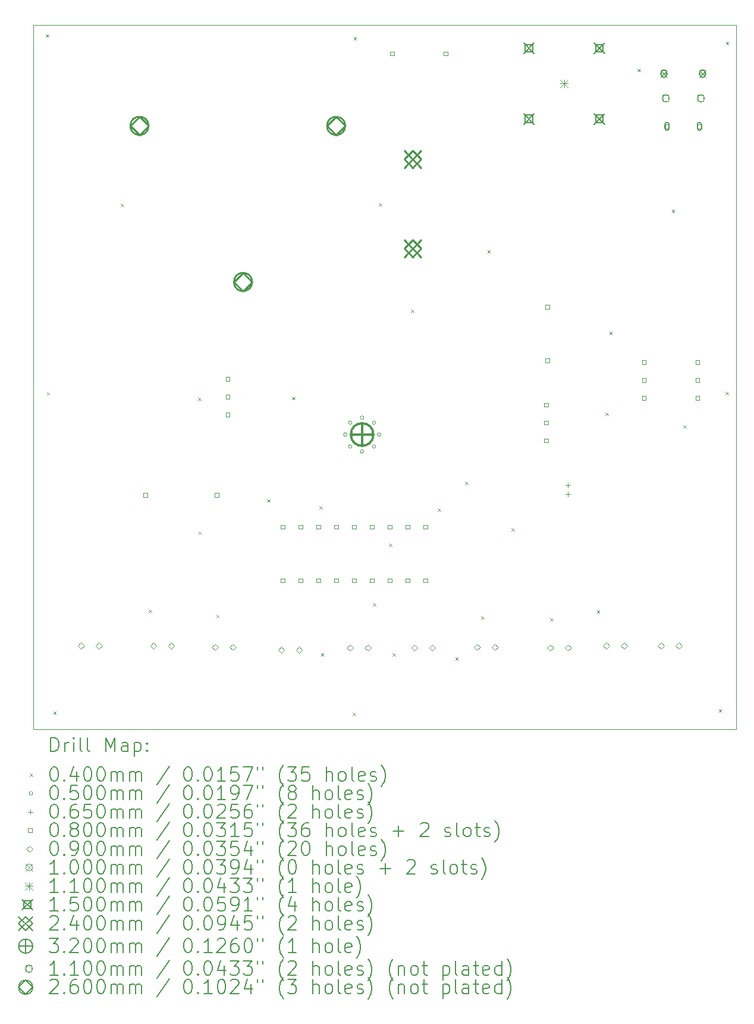
<source format=gbr>
%FSLAX45Y45*%
G04 Gerber Fmt 4.5, Leading zero omitted, Abs format (unit mm)*
G04 Created by KiCad (PCBNEW (6.0.4)) date 2022-10-08 16:20:39*
%MOMM*%
%LPD*%
G01*
G04 APERTURE LIST*
%TA.AperFunction,Profile*%
%ADD10C,0.100000*%
%TD*%
%ADD11C,0.200000*%
%ADD12C,0.040000*%
%ADD13C,0.050000*%
%ADD14C,0.065000*%
%ADD15C,0.080000*%
%ADD16C,0.090000*%
%ADD17C,0.100000*%
%ADD18C,0.110000*%
%ADD19C,0.150000*%
%ADD20C,0.240000*%
%ADD21C,0.320000*%
%ADD22C,0.260000*%
G04 APERTURE END LIST*
D10*
X10002500Y10017500D02*
X-5000Y10017500D01*
X-5000Y10017500D02*
X-5000Y-2500D01*
X-5000Y-2500D02*
X10002500Y-2500D01*
X10002500Y-2500D02*
X10002500Y10017500D01*
D11*
D12*
X177500Y9882500D02*
X217500Y9842500D01*
X217500Y9882500D02*
X177500Y9842500D01*
X190000Y4792500D02*
X230000Y4752500D01*
X230000Y4792500D02*
X190000Y4752500D01*
X282500Y250000D02*
X322500Y210000D01*
X322500Y250000D02*
X282500Y210000D01*
X1242500Y7470000D02*
X1282500Y7430000D01*
X1282500Y7470000D02*
X1242500Y7430000D01*
X1642500Y1697500D02*
X1682500Y1657500D01*
X1682500Y1697500D02*
X1642500Y1657500D01*
X2345000Y4710000D02*
X2385000Y4670000D01*
X2385000Y4710000D02*
X2345000Y4670000D01*
X2348254Y2813094D02*
X2388254Y2773094D01*
X2388254Y2813094D02*
X2348254Y2773094D01*
X2602500Y1627500D02*
X2642500Y1587500D01*
X2642500Y1627500D02*
X2602500Y1587500D01*
X3327500Y3270000D02*
X3367500Y3230000D01*
X3367500Y3270000D02*
X3327500Y3230000D01*
X3682500Y4725000D02*
X3722500Y4685000D01*
X3722500Y4725000D02*
X3682500Y4685000D01*
X4072500Y3170000D02*
X4112500Y3130000D01*
X4112500Y3170000D02*
X4072500Y3130000D01*
X4092500Y1080000D02*
X4132500Y1040000D01*
X4132500Y1080000D02*
X4092500Y1040000D01*
X4545000Y235000D02*
X4585000Y195000D01*
X4585000Y235000D02*
X4545000Y195000D01*
X4560000Y9845000D02*
X4600000Y9805000D01*
X4600000Y9845000D02*
X4560000Y9805000D01*
X4835000Y1790000D02*
X4875000Y1750000D01*
X4875000Y1790000D02*
X4835000Y1750000D01*
X4917500Y7482500D02*
X4957500Y7442500D01*
X4957500Y7482500D02*
X4917500Y7442500D01*
X5065000Y2640000D02*
X5105000Y2600000D01*
X5105000Y2640000D02*
X5065000Y2600000D01*
X5112500Y1080000D02*
X5152500Y1040000D01*
X5152500Y1080000D02*
X5112500Y1040000D01*
X5375000Y5965000D02*
X5415000Y5925000D01*
X5415000Y5965000D02*
X5375000Y5925000D01*
X5755000Y3137500D02*
X5795000Y3097500D01*
X5795000Y3137500D02*
X5755000Y3097500D01*
X6007500Y1020000D02*
X6047500Y980000D01*
X6047500Y1020000D02*
X6007500Y980000D01*
X6145000Y3520000D02*
X6185000Y3480000D01*
X6185000Y3520000D02*
X6145000Y3480000D01*
X6377500Y1602500D02*
X6417500Y1562500D01*
X6417500Y1602500D02*
X6377500Y1562500D01*
X6465000Y6812500D02*
X6505000Y6772500D01*
X6505000Y6812500D02*
X6465000Y6772500D01*
X6808826Y2858427D02*
X6848826Y2818427D01*
X6848826Y2858427D02*
X6808826Y2818427D01*
X7355000Y1580000D02*
X7395000Y1540000D01*
X7395000Y1580000D02*
X7355000Y1540000D01*
X8022500Y1692500D02*
X8062500Y1652500D01*
X8062500Y1692500D02*
X8022500Y1652500D01*
X8145983Y4498649D02*
X8185983Y4458649D01*
X8185983Y4498649D02*
X8145983Y4458649D01*
X8199472Y5653509D02*
X8239472Y5613509D01*
X8239472Y5653509D02*
X8199472Y5613509D01*
X8600000Y9390000D02*
X8640000Y9350000D01*
X8640000Y9390000D02*
X8600000Y9350000D01*
X9089546Y7388704D02*
X9129546Y7348704D01*
X9129546Y7388704D02*
X9089546Y7348704D01*
X9255000Y4325000D02*
X9295000Y4285000D01*
X9295000Y4325000D02*
X9255000Y4285000D01*
X9757500Y282500D02*
X9797500Y242500D01*
X9797500Y282500D02*
X9757500Y242500D01*
X9855000Y4795000D02*
X9895000Y4755000D01*
X9895000Y4795000D02*
X9855000Y4755000D01*
X9860000Y9777500D02*
X9900000Y9737500D01*
X9900000Y9777500D02*
X9860000Y9737500D01*
D13*
X4465000Y4190000D02*
G75*
G03*
X4465000Y4190000I-25000J0D01*
G01*
X4535294Y4359706D02*
G75*
G03*
X4535294Y4359706I-25000J0D01*
G01*
X4535294Y4020294D02*
G75*
G03*
X4535294Y4020294I-25000J0D01*
G01*
X4705000Y4430000D02*
G75*
G03*
X4705000Y4430000I-25000J0D01*
G01*
X4705000Y3950000D02*
G75*
G03*
X4705000Y3950000I-25000J0D01*
G01*
X4874706Y4359706D02*
G75*
G03*
X4874706Y4359706I-25000J0D01*
G01*
X4874706Y4020294D02*
G75*
G03*
X4874706Y4020294I-25000J0D01*
G01*
X4945000Y4190000D02*
G75*
G03*
X4945000Y4190000I-25000J0D01*
G01*
D14*
X7610000Y3499500D02*
X7610000Y3434500D01*
X7577500Y3467000D02*
X7642500Y3467000D01*
X7610000Y3372500D02*
X7610000Y3307500D01*
X7577500Y3340000D02*
X7642500Y3340000D01*
D15*
X1620284Y3299215D02*
X1620284Y3355784D01*
X1563715Y3355784D01*
X1563715Y3299215D01*
X1620284Y3299215D01*
X2636285Y3299215D02*
X2636285Y3355784D01*
X2579716Y3355784D01*
X2579716Y3299215D01*
X2636285Y3299215D01*
X2795785Y4954216D02*
X2795785Y5010785D01*
X2739216Y5010785D01*
X2739216Y4954216D01*
X2795785Y4954216D01*
X2795785Y4700216D02*
X2795785Y4756785D01*
X2739216Y4756785D01*
X2739216Y4700216D01*
X2795785Y4700216D01*
X2795785Y4446216D02*
X2795785Y4502785D01*
X2739216Y4502785D01*
X2739216Y4446216D01*
X2795785Y4446216D01*
X3576284Y2849215D02*
X3576284Y2905784D01*
X3519715Y2905784D01*
X3519715Y2849215D01*
X3576284Y2849215D01*
X3576284Y2087215D02*
X3576284Y2143785D01*
X3519715Y2143785D01*
X3519715Y2087215D01*
X3576284Y2087215D01*
X3830284Y2849215D02*
X3830284Y2905784D01*
X3773715Y2905784D01*
X3773715Y2849215D01*
X3830284Y2849215D01*
X3830284Y2087215D02*
X3830284Y2143785D01*
X3773715Y2143785D01*
X3773715Y2087215D01*
X3830284Y2087215D01*
X4084284Y2849215D02*
X4084284Y2905784D01*
X4027715Y2905784D01*
X4027715Y2849215D01*
X4084284Y2849215D01*
X4084284Y2087215D02*
X4084284Y2143785D01*
X4027715Y2143785D01*
X4027715Y2087215D01*
X4084284Y2087215D01*
X4338285Y2849215D02*
X4338285Y2905784D01*
X4281716Y2905784D01*
X4281716Y2849215D01*
X4338285Y2849215D01*
X4338285Y2087215D02*
X4338285Y2143785D01*
X4281716Y2143785D01*
X4281716Y2087215D01*
X4338285Y2087215D01*
X4592285Y2849215D02*
X4592285Y2905784D01*
X4535716Y2905784D01*
X4535716Y2849215D01*
X4592285Y2849215D01*
X4592285Y2087215D02*
X4592285Y2143785D01*
X4535716Y2143785D01*
X4535716Y2087215D01*
X4592285Y2087215D01*
X4846285Y2849215D02*
X4846285Y2905784D01*
X4789716Y2905784D01*
X4789716Y2849215D01*
X4846285Y2849215D01*
X4846285Y2087215D02*
X4846285Y2143785D01*
X4789716Y2143785D01*
X4789716Y2087215D01*
X4846285Y2087215D01*
X5100285Y2849215D02*
X5100285Y2905784D01*
X5043716Y2905784D01*
X5043716Y2849215D01*
X5100285Y2849215D01*
X5100285Y2087215D02*
X5100285Y2143785D01*
X5043716Y2143785D01*
X5043716Y2087215D01*
X5100285Y2087215D01*
X5135535Y9579216D02*
X5135535Y9635785D01*
X5078966Y9635785D01*
X5078966Y9579216D01*
X5135535Y9579216D01*
X5354285Y2849215D02*
X5354285Y2905784D01*
X5297716Y2905784D01*
X5297716Y2849215D01*
X5354285Y2849215D01*
X5354285Y2087215D02*
X5354285Y2143785D01*
X5297716Y2143785D01*
X5297716Y2087215D01*
X5354285Y2087215D01*
X5608284Y2849215D02*
X5608284Y2905784D01*
X5551716Y2905784D01*
X5551716Y2849215D01*
X5608284Y2849215D01*
X5608284Y2087215D02*
X5608284Y2143785D01*
X5551716Y2143785D01*
X5551716Y2087215D01*
X5608284Y2087215D01*
X5897534Y9579216D02*
X5897534Y9635785D01*
X5840965Y9635785D01*
X5840965Y9579216D01*
X5897534Y9579216D01*
X7330784Y4584716D02*
X7330784Y4641285D01*
X7274215Y4641285D01*
X7274215Y4584716D01*
X7330784Y4584716D01*
X7330784Y4330716D02*
X7330784Y4387285D01*
X7274215Y4387285D01*
X7274215Y4330716D01*
X7330784Y4330716D01*
X7330784Y4076715D02*
X7330784Y4133284D01*
X7274215Y4133284D01*
X7274215Y4076715D01*
X7330784Y4076715D01*
X7343284Y5977715D02*
X7343284Y6034284D01*
X7286715Y6034284D01*
X7286715Y5977715D01*
X7343284Y5977715D01*
X7343284Y5215716D02*
X7343284Y5272285D01*
X7286715Y5272285D01*
X7286715Y5215716D01*
X7343284Y5215716D01*
X8720785Y5191716D02*
X8720785Y5248285D01*
X8664216Y5248285D01*
X8664216Y5191716D01*
X8720785Y5191716D01*
X8720785Y4937716D02*
X8720785Y4994285D01*
X8664216Y4994285D01*
X8664216Y4937716D01*
X8720785Y4937716D01*
X8720785Y4683716D02*
X8720785Y4740285D01*
X8664216Y4740285D01*
X8664216Y4683716D01*
X8720785Y4683716D01*
X9050785Y8544216D02*
X9050785Y8600785D01*
X8994216Y8600785D01*
X8994216Y8544216D01*
X9050785Y8544216D01*
D11*
X8992500Y8597500D02*
X8992500Y8547500D01*
X9052500Y8597500D02*
X9052500Y8547500D01*
X8992500Y8547500D02*
G75*
G03*
X9052500Y8547500I30000J0D01*
G01*
X9052500Y8597500D02*
G75*
G03*
X8992500Y8597500I-30000J0D01*
G01*
D15*
X9482785Y5191716D02*
X9482785Y5248285D01*
X9426216Y5248285D01*
X9426216Y5191716D01*
X9482785Y5191716D01*
X9482785Y4937716D02*
X9482785Y4994285D01*
X9426216Y4994285D01*
X9426216Y4937716D01*
X9482785Y4937716D01*
X9482785Y4683716D02*
X9482785Y4740285D01*
X9426216Y4740285D01*
X9426216Y4683716D01*
X9482785Y4683716D01*
X9510785Y8544216D02*
X9510785Y8600785D01*
X9454216Y8600785D01*
X9454216Y8544216D01*
X9510785Y8544216D01*
D11*
X9452500Y8597500D02*
X9452500Y8547500D01*
X9512500Y8597500D02*
X9512500Y8547500D01*
X9452500Y8547500D02*
G75*
G03*
X9512500Y8547500I30000J0D01*
G01*
X9512500Y8597500D02*
G75*
G03*
X9452500Y8597500I-30000J0D01*
G01*
D16*
X677500Y1142500D02*
X722500Y1187500D01*
X677500Y1232500D01*
X632500Y1187500D01*
X677500Y1142500D01*
X931500Y1142500D02*
X976500Y1187500D01*
X931500Y1232500D01*
X886500Y1187500D01*
X931500Y1142500D01*
X1707500Y1142500D02*
X1752500Y1187500D01*
X1707500Y1232500D01*
X1662500Y1187500D01*
X1707500Y1142500D01*
X1961500Y1142500D02*
X2006500Y1187500D01*
X1961500Y1232500D01*
X1916500Y1187500D01*
X1961500Y1142500D01*
X2587500Y1122500D02*
X2632500Y1167500D01*
X2587500Y1212500D01*
X2542500Y1167500D01*
X2587500Y1122500D01*
X2841500Y1122500D02*
X2886500Y1167500D01*
X2841500Y1212500D01*
X2796500Y1167500D01*
X2841500Y1122500D01*
X3527500Y1082500D02*
X3572500Y1127500D01*
X3527500Y1172500D01*
X3482500Y1127500D01*
X3527500Y1082500D01*
X3781500Y1082500D02*
X3826500Y1127500D01*
X3781500Y1172500D01*
X3736500Y1127500D01*
X3781500Y1082500D01*
X4507500Y1112500D02*
X4552500Y1157500D01*
X4507500Y1202500D01*
X4462500Y1157500D01*
X4507500Y1112500D01*
X4761500Y1112500D02*
X4806500Y1157500D01*
X4761500Y1202500D01*
X4716500Y1157500D01*
X4761500Y1112500D01*
X5425000Y1112500D02*
X5470000Y1157500D01*
X5425000Y1202500D01*
X5380000Y1157500D01*
X5425000Y1112500D01*
X5679000Y1112500D02*
X5724000Y1157500D01*
X5679000Y1202500D01*
X5634000Y1157500D01*
X5679000Y1112500D01*
X6317500Y1122500D02*
X6362500Y1167500D01*
X6317500Y1212500D01*
X6272500Y1167500D01*
X6317500Y1122500D01*
X6571500Y1122500D02*
X6616500Y1167500D01*
X6571500Y1212500D01*
X6526500Y1167500D01*
X6571500Y1122500D01*
X7357500Y1112500D02*
X7402500Y1157500D01*
X7357500Y1202500D01*
X7312500Y1157500D01*
X7357500Y1112500D01*
X7611500Y1112500D02*
X7656500Y1157500D01*
X7611500Y1202500D01*
X7566500Y1157500D01*
X7611500Y1112500D01*
X8157500Y1142500D02*
X8202500Y1187500D01*
X8157500Y1232500D01*
X8112500Y1187500D01*
X8157500Y1142500D01*
X8411500Y1142500D02*
X8456500Y1187500D01*
X8411500Y1232500D01*
X8366500Y1187500D01*
X8411500Y1142500D01*
X8935000Y1142500D02*
X8980000Y1187500D01*
X8935000Y1232500D01*
X8890000Y1187500D01*
X8935000Y1142500D01*
X9189000Y1142500D02*
X9234000Y1187500D01*
X9189000Y1232500D01*
X9144000Y1187500D01*
X9189000Y1142500D01*
D17*
X8927500Y9372500D02*
X9027500Y9272500D01*
X9027500Y9372500D02*
X8927500Y9272500D01*
X9027500Y9322500D02*
G75*
G03*
X9027500Y9322500I-50000J0D01*
G01*
D11*
X8937500Y9337500D02*
X8937500Y9307500D01*
X9017500Y9337500D02*
X9017500Y9307500D01*
X8937500Y9307500D02*
G75*
G03*
X9017500Y9307500I40000J0D01*
G01*
X9017500Y9337500D02*
G75*
G03*
X8937500Y9337500I-40000J0D01*
G01*
D17*
X9477500Y9372500D02*
X9577500Y9272500D01*
X9577500Y9372500D02*
X9477500Y9272500D01*
X9577500Y9322500D02*
G75*
G03*
X9577500Y9322500I-50000J0D01*
G01*
D11*
X9487500Y9337500D02*
X9487500Y9307500D01*
X9567500Y9337500D02*
X9567500Y9307500D01*
X9487500Y9307500D02*
G75*
G03*
X9567500Y9307500I40000J0D01*
G01*
X9567500Y9337500D02*
G75*
G03*
X9487500Y9337500I-40000J0D01*
G01*
D18*
X7502500Y9236500D02*
X7612500Y9126500D01*
X7612500Y9236500D02*
X7502500Y9126500D01*
X7557500Y9236500D02*
X7557500Y9126500D01*
X7502500Y9181500D02*
X7612500Y9181500D01*
D19*
X6980000Y9759000D02*
X7130000Y9609000D01*
X7130000Y9759000D02*
X6980000Y9609000D01*
X7108033Y9630967D02*
X7108033Y9737034D01*
X7001966Y9737034D01*
X7001966Y9630967D01*
X7108033Y9630967D01*
X6980000Y8754000D02*
X7130000Y8604000D01*
X7130000Y8754000D02*
X6980000Y8604000D01*
X7108033Y8625967D02*
X7108033Y8732034D01*
X7001966Y8732034D01*
X7001966Y8625967D01*
X7108033Y8625967D01*
X7985000Y9759000D02*
X8135000Y9609000D01*
X8135000Y9759000D02*
X7985000Y9609000D01*
X8113033Y9630967D02*
X8113033Y9737034D01*
X8006966Y9737034D01*
X8006966Y9630967D01*
X8113033Y9630967D01*
X7985000Y8754000D02*
X8135000Y8604000D01*
X8135000Y8754000D02*
X7985000Y8604000D01*
X8113033Y8625967D02*
X8113033Y8732034D01*
X8006966Y8732034D01*
X8006966Y8625967D01*
X8113033Y8625967D01*
D20*
X5280000Y8225000D02*
X5520000Y7985000D01*
X5520000Y8225000D02*
X5280000Y7985000D01*
X5400000Y7985000D02*
X5520000Y8105000D01*
X5400000Y8225000D01*
X5280000Y8105000D01*
X5400000Y7985000D01*
X5280000Y6955000D02*
X5520000Y6715000D01*
X5520000Y6955000D02*
X5280000Y6715000D01*
X5400000Y6715000D02*
X5520000Y6835000D01*
X5400000Y6955000D01*
X5280000Y6835000D01*
X5400000Y6715000D01*
D21*
X4680000Y4350000D02*
X4680000Y4030000D01*
X4520000Y4190000D02*
X4840000Y4190000D01*
X4840000Y4190000D02*
G75*
G03*
X4840000Y4190000I-160000J0D01*
G01*
D18*
X9041391Y8933609D02*
X9041391Y9011391D01*
X8963609Y9011391D01*
X8963609Y8933609D01*
X9041391Y8933609D01*
X9057500Y8972500D02*
G75*
G03*
X9057500Y8972500I-55000J0D01*
G01*
X9541391Y8933609D02*
X9541391Y9011391D01*
X9463609Y9011391D01*
X9463609Y8933609D01*
X9541391Y8933609D01*
X9557500Y8972500D02*
G75*
G03*
X9557500Y8972500I-55000J0D01*
G01*
D22*
X1510000Y8450000D02*
X1640000Y8580000D01*
X1510000Y8710000D01*
X1380000Y8580000D01*
X1510000Y8450000D01*
X1640000Y8580000D02*
G75*
G03*
X1640000Y8580000I-130000J0D01*
G01*
X2985000Y6230000D02*
X3115000Y6360000D01*
X2985000Y6490000D01*
X2855000Y6360000D01*
X2985000Y6230000D01*
X3115000Y6360000D02*
G75*
G03*
X3115000Y6360000I-130000J0D01*
G01*
X4310000Y8450000D02*
X4440000Y8580000D01*
X4310000Y8710000D01*
X4180000Y8580000D01*
X4310000Y8450000D01*
X4440000Y8580000D02*
G75*
G03*
X4440000Y8580000I-130000J0D01*
G01*
D11*
X247619Y-317976D02*
X247619Y-117976D01*
X295238Y-117976D01*
X323810Y-127500D01*
X342857Y-146548D01*
X352381Y-165595D01*
X361905Y-203690D01*
X361905Y-232262D01*
X352381Y-270357D01*
X342857Y-289405D01*
X323810Y-308452D01*
X295238Y-317976D01*
X247619Y-317976D01*
X447619Y-317976D02*
X447619Y-184643D01*
X447619Y-222738D02*
X457143Y-203690D01*
X466667Y-194167D01*
X485714Y-184643D01*
X504762Y-184643D01*
X571429Y-317976D02*
X571429Y-184643D01*
X571429Y-117976D02*
X561905Y-127500D01*
X571429Y-137024D01*
X580952Y-127500D01*
X571429Y-117976D01*
X571429Y-137024D01*
X695238Y-317976D02*
X676190Y-308452D01*
X666667Y-289405D01*
X666667Y-117976D01*
X800000Y-317976D02*
X780952Y-308452D01*
X771428Y-289405D01*
X771428Y-117976D01*
X1028571Y-317976D02*
X1028571Y-117976D01*
X1095238Y-260833D01*
X1161905Y-117976D01*
X1161905Y-317976D01*
X1342857Y-317976D02*
X1342857Y-213214D01*
X1333333Y-194167D01*
X1314286Y-184643D01*
X1276190Y-184643D01*
X1257143Y-194167D01*
X1342857Y-308452D02*
X1323810Y-317976D01*
X1276190Y-317976D01*
X1257143Y-308452D01*
X1247619Y-289405D01*
X1247619Y-270357D01*
X1257143Y-251309D01*
X1276190Y-241786D01*
X1323810Y-241786D01*
X1342857Y-232262D01*
X1438095Y-184643D02*
X1438095Y-384643D01*
X1438095Y-194167D02*
X1457143Y-184643D01*
X1495238Y-184643D01*
X1514286Y-194167D01*
X1523809Y-203690D01*
X1533333Y-222738D01*
X1533333Y-279881D01*
X1523809Y-298929D01*
X1514286Y-308452D01*
X1495238Y-317976D01*
X1457143Y-317976D01*
X1438095Y-308452D01*
X1619048Y-298929D02*
X1628571Y-308452D01*
X1619048Y-317976D01*
X1609524Y-308452D01*
X1619048Y-298929D01*
X1619048Y-317976D01*
X1619048Y-194167D02*
X1628571Y-203690D01*
X1619048Y-213214D01*
X1609524Y-203690D01*
X1619048Y-194167D01*
X1619048Y-213214D01*
D12*
X-50000Y-627500D02*
X-10000Y-667500D01*
X-10000Y-627500D02*
X-50000Y-667500D01*
D11*
X285714Y-537976D02*
X304762Y-537976D01*
X323810Y-547500D01*
X333333Y-557024D01*
X342857Y-576071D01*
X352381Y-614167D01*
X352381Y-661786D01*
X342857Y-699881D01*
X333333Y-718928D01*
X323810Y-728452D01*
X304762Y-737976D01*
X285714Y-737976D01*
X266667Y-728452D01*
X257143Y-718928D01*
X247619Y-699881D01*
X238095Y-661786D01*
X238095Y-614167D01*
X247619Y-576071D01*
X257143Y-557024D01*
X266667Y-547500D01*
X285714Y-537976D01*
X438095Y-718928D02*
X447619Y-728452D01*
X438095Y-737976D01*
X428571Y-728452D01*
X438095Y-718928D01*
X438095Y-737976D01*
X619048Y-604643D02*
X619048Y-737976D01*
X571429Y-528452D02*
X523809Y-671310D01*
X647619Y-671310D01*
X761905Y-537976D02*
X780952Y-537976D01*
X800000Y-547500D01*
X809524Y-557024D01*
X819048Y-576071D01*
X828571Y-614167D01*
X828571Y-661786D01*
X819048Y-699881D01*
X809524Y-718928D01*
X800000Y-728452D01*
X780952Y-737976D01*
X761905Y-737976D01*
X742857Y-728452D01*
X733333Y-718928D01*
X723809Y-699881D01*
X714286Y-661786D01*
X714286Y-614167D01*
X723809Y-576071D01*
X733333Y-557024D01*
X742857Y-547500D01*
X761905Y-537976D01*
X952381Y-537976D02*
X971428Y-537976D01*
X990476Y-547500D01*
X1000000Y-557024D01*
X1009524Y-576071D01*
X1019048Y-614167D01*
X1019048Y-661786D01*
X1009524Y-699881D01*
X1000000Y-718928D01*
X990476Y-728452D01*
X971428Y-737976D01*
X952381Y-737976D01*
X933333Y-728452D01*
X923809Y-718928D01*
X914286Y-699881D01*
X904762Y-661786D01*
X904762Y-614167D01*
X914286Y-576071D01*
X923809Y-557024D01*
X933333Y-547500D01*
X952381Y-537976D01*
X1104762Y-737976D02*
X1104762Y-604643D01*
X1104762Y-623690D02*
X1114286Y-614167D01*
X1133333Y-604643D01*
X1161905Y-604643D01*
X1180952Y-614167D01*
X1190476Y-633214D01*
X1190476Y-737976D01*
X1190476Y-633214D02*
X1200000Y-614167D01*
X1219048Y-604643D01*
X1247619Y-604643D01*
X1266667Y-614167D01*
X1276190Y-633214D01*
X1276190Y-737976D01*
X1371429Y-737976D02*
X1371429Y-604643D01*
X1371429Y-623690D02*
X1380952Y-614167D01*
X1400000Y-604643D01*
X1428571Y-604643D01*
X1447619Y-614167D01*
X1457143Y-633214D01*
X1457143Y-737976D01*
X1457143Y-633214D02*
X1466667Y-614167D01*
X1485714Y-604643D01*
X1514286Y-604643D01*
X1533333Y-614167D01*
X1542857Y-633214D01*
X1542857Y-737976D01*
X1933333Y-528452D02*
X1761905Y-785595D01*
X2190476Y-537976D02*
X2209524Y-537976D01*
X2228571Y-547500D01*
X2238095Y-557024D01*
X2247619Y-576071D01*
X2257143Y-614167D01*
X2257143Y-661786D01*
X2247619Y-699881D01*
X2238095Y-718928D01*
X2228571Y-728452D01*
X2209524Y-737976D01*
X2190476Y-737976D01*
X2171429Y-728452D01*
X2161905Y-718928D01*
X2152381Y-699881D01*
X2142857Y-661786D01*
X2142857Y-614167D01*
X2152381Y-576071D01*
X2161905Y-557024D01*
X2171429Y-547500D01*
X2190476Y-537976D01*
X2342857Y-718928D02*
X2352381Y-728452D01*
X2342857Y-737976D01*
X2333333Y-728452D01*
X2342857Y-718928D01*
X2342857Y-737976D01*
X2476190Y-537976D02*
X2495238Y-537976D01*
X2514286Y-547500D01*
X2523810Y-557024D01*
X2533333Y-576071D01*
X2542857Y-614167D01*
X2542857Y-661786D01*
X2533333Y-699881D01*
X2523810Y-718928D01*
X2514286Y-728452D01*
X2495238Y-737976D01*
X2476190Y-737976D01*
X2457143Y-728452D01*
X2447619Y-718928D01*
X2438095Y-699881D01*
X2428571Y-661786D01*
X2428571Y-614167D01*
X2438095Y-576071D01*
X2447619Y-557024D01*
X2457143Y-547500D01*
X2476190Y-537976D01*
X2733333Y-737976D02*
X2619048Y-737976D01*
X2676190Y-737976D02*
X2676190Y-537976D01*
X2657143Y-566548D01*
X2638095Y-585595D01*
X2619048Y-595119D01*
X2914286Y-537976D02*
X2819048Y-537976D01*
X2809524Y-633214D01*
X2819048Y-623690D01*
X2838095Y-614167D01*
X2885714Y-614167D01*
X2904762Y-623690D01*
X2914286Y-633214D01*
X2923809Y-652262D01*
X2923809Y-699881D01*
X2914286Y-718928D01*
X2904762Y-728452D01*
X2885714Y-737976D01*
X2838095Y-737976D01*
X2819048Y-728452D01*
X2809524Y-718928D01*
X2990476Y-537976D02*
X3123809Y-537976D01*
X3038095Y-737976D01*
X3190476Y-537976D02*
X3190476Y-576071D01*
X3266667Y-537976D02*
X3266667Y-576071D01*
X3561905Y-814167D02*
X3552381Y-804643D01*
X3533333Y-776071D01*
X3523809Y-757024D01*
X3514286Y-728452D01*
X3504762Y-680833D01*
X3504762Y-642738D01*
X3514286Y-595119D01*
X3523809Y-566548D01*
X3533333Y-547500D01*
X3552381Y-518928D01*
X3561905Y-509405D01*
X3619048Y-537976D02*
X3742857Y-537976D01*
X3676190Y-614167D01*
X3704762Y-614167D01*
X3723809Y-623690D01*
X3733333Y-633214D01*
X3742857Y-652262D01*
X3742857Y-699881D01*
X3733333Y-718928D01*
X3723809Y-728452D01*
X3704762Y-737976D01*
X3647619Y-737976D01*
X3628571Y-728452D01*
X3619048Y-718928D01*
X3923809Y-537976D02*
X3828571Y-537976D01*
X3819048Y-633214D01*
X3828571Y-623690D01*
X3847619Y-614167D01*
X3895238Y-614167D01*
X3914286Y-623690D01*
X3923809Y-633214D01*
X3933333Y-652262D01*
X3933333Y-699881D01*
X3923809Y-718928D01*
X3914286Y-728452D01*
X3895238Y-737976D01*
X3847619Y-737976D01*
X3828571Y-728452D01*
X3819048Y-718928D01*
X4171428Y-737976D02*
X4171428Y-537976D01*
X4257143Y-737976D02*
X4257143Y-633214D01*
X4247619Y-614167D01*
X4228571Y-604643D01*
X4200000Y-604643D01*
X4180952Y-614167D01*
X4171428Y-623690D01*
X4380952Y-737976D02*
X4361905Y-728452D01*
X4352381Y-718928D01*
X4342857Y-699881D01*
X4342857Y-642738D01*
X4352381Y-623690D01*
X4361905Y-614167D01*
X4380952Y-604643D01*
X4409524Y-604643D01*
X4428571Y-614167D01*
X4438095Y-623690D01*
X4447619Y-642738D01*
X4447619Y-699881D01*
X4438095Y-718928D01*
X4428571Y-728452D01*
X4409524Y-737976D01*
X4380952Y-737976D01*
X4561905Y-737976D02*
X4542857Y-728452D01*
X4533333Y-709405D01*
X4533333Y-537976D01*
X4714286Y-728452D02*
X4695238Y-737976D01*
X4657143Y-737976D01*
X4638095Y-728452D01*
X4628571Y-709405D01*
X4628571Y-633214D01*
X4638095Y-614167D01*
X4657143Y-604643D01*
X4695238Y-604643D01*
X4714286Y-614167D01*
X4723810Y-633214D01*
X4723810Y-652262D01*
X4628571Y-671310D01*
X4800000Y-728452D02*
X4819048Y-737976D01*
X4857143Y-737976D01*
X4876190Y-728452D01*
X4885714Y-709405D01*
X4885714Y-699881D01*
X4876190Y-680833D01*
X4857143Y-671310D01*
X4828571Y-671310D01*
X4809524Y-661786D01*
X4800000Y-642738D01*
X4800000Y-633214D01*
X4809524Y-614167D01*
X4828571Y-604643D01*
X4857143Y-604643D01*
X4876190Y-614167D01*
X4952381Y-814167D02*
X4961905Y-804643D01*
X4980952Y-776071D01*
X4990476Y-757024D01*
X5000000Y-728452D01*
X5009524Y-680833D01*
X5009524Y-642738D01*
X5000000Y-595119D01*
X4990476Y-566548D01*
X4980952Y-547500D01*
X4961905Y-518928D01*
X4952381Y-509405D01*
D13*
X-10000Y-911500D02*
G75*
G03*
X-10000Y-911500I-25000J0D01*
G01*
D11*
X285714Y-801976D02*
X304762Y-801976D01*
X323810Y-811500D01*
X333333Y-821024D01*
X342857Y-840071D01*
X352381Y-878167D01*
X352381Y-925786D01*
X342857Y-963881D01*
X333333Y-982928D01*
X323810Y-992452D01*
X304762Y-1001976D01*
X285714Y-1001976D01*
X266667Y-992452D01*
X257143Y-982928D01*
X247619Y-963881D01*
X238095Y-925786D01*
X238095Y-878167D01*
X247619Y-840071D01*
X257143Y-821024D01*
X266667Y-811500D01*
X285714Y-801976D01*
X438095Y-982928D02*
X447619Y-992452D01*
X438095Y-1001976D01*
X428571Y-992452D01*
X438095Y-982928D01*
X438095Y-1001976D01*
X628571Y-801976D02*
X533333Y-801976D01*
X523809Y-897214D01*
X533333Y-887690D01*
X552381Y-878167D01*
X600000Y-878167D01*
X619048Y-887690D01*
X628571Y-897214D01*
X638095Y-916262D01*
X638095Y-963881D01*
X628571Y-982928D01*
X619048Y-992452D01*
X600000Y-1001976D01*
X552381Y-1001976D01*
X533333Y-992452D01*
X523809Y-982928D01*
X761905Y-801976D02*
X780952Y-801976D01*
X800000Y-811500D01*
X809524Y-821024D01*
X819048Y-840071D01*
X828571Y-878167D01*
X828571Y-925786D01*
X819048Y-963881D01*
X809524Y-982928D01*
X800000Y-992452D01*
X780952Y-1001976D01*
X761905Y-1001976D01*
X742857Y-992452D01*
X733333Y-982928D01*
X723809Y-963881D01*
X714286Y-925786D01*
X714286Y-878167D01*
X723809Y-840071D01*
X733333Y-821024D01*
X742857Y-811500D01*
X761905Y-801976D01*
X952381Y-801976D02*
X971428Y-801976D01*
X990476Y-811500D01*
X1000000Y-821024D01*
X1009524Y-840071D01*
X1019048Y-878167D01*
X1019048Y-925786D01*
X1009524Y-963881D01*
X1000000Y-982928D01*
X990476Y-992452D01*
X971428Y-1001976D01*
X952381Y-1001976D01*
X933333Y-992452D01*
X923809Y-982928D01*
X914286Y-963881D01*
X904762Y-925786D01*
X904762Y-878167D01*
X914286Y-840071D01*
X923809Y-821024D01*
X933333Y-811500D01*
X952381Y-801976D01*
X1104762Y-1001976D02*
X1104762Y-868643D01*
X1104762Y-887690D02*
X1114286Y-878167D01*
X1133333Y-868643D01*
X1161905Y-868643D01*
X1180952Y-878167D01*
X1190476Y-897214D01*
X1190476Y-1001976D01*
X1190476Y-897214D02*
X1200000Y-878167D01*
X1219048Y-868643D01*
X1247619Y-868643D01*
X1266667Y-878167D01*
X1276190Y-897214D01*
X1276190Y-1001976D01*
X1371429Y-1001976D02*
X1371429Y-868643D01*
X1371429Y-887690D02*
X1380952Y-878167D01*
X1400000Y-868643D01*
X1428571Y-868643D01*
X1447619Y-878167D01*
X1457143Y-897214D01*
X1457143Y-1001976D01*
X1457143Y-897214D02*
X1466667Y-878167D01*
X1485714Y-868643D01*
X1514286Y-868643D01*
X1533333Y-878167D01*
X1542857Y-897214D01*
X1542857Y-1001976D01*
X1933333Y-792452D02*
X1761905Y-1049595D01*
X2190476Y-801976D02*
X2209524Y-801976D01*
X2228571Y-811500D01*
X2238095Y-821024D01*
X2247619Y-840071D01*
X2257143Y-878167D01*
X2257143Y-925786D01*
X2247619Y-963881D01*
X2238095Y-982928D01*
X2228571Y-992452D01*
X2209524Y-1001976D01*
X2190476Y-1001976D01*
X2171429Y-992452D01*
X2161905Y-982928D01*
X2152381Y-963881D01*
X2142857Y-925786D01*
X2142857Y-878167D01*
X2152381Y-840071D01*
X2161905Y-821024D01*
X2171429Y-811500D01*
X2190476Y-801976D01*
X2342857Y-982928D02*
X2352381Y-992452D01*
X2342857Y-1001976D01*
X2333333Y-992452D01*
X2342857Y-982928D01*
X2342857Y-1001976D01*
X2476190Y-801976D02*
X2495238Y-801976D01*
X2514286Y-811500D01*
X2523810Y-821024D01*
X2533333Y-840071D01*
X2542857Y-878167D01*
X2542857Y-925786D01*
X2533333Y-963881D01*
X2523810Y-982928D01*
X2514286Y-992452D01*
X2495238Y-1001976D01*
X2476190Y-1001976D01*
X2457143Y-992452D01*
X2447619Y-982928D01*
X2438095Y-963881D01*
X2428571Y-925786D01*
X2428571Y-878167D01*
X2438095Y-840071D01*
X2447619Y-821024D01*
X2457143Y-811500D01*
X2476190Y-801976D01*
X2733333Y-1001976D02*
X2619048Y-1001976D01*
X2676190Y-1001976D02*
X2676190Y-801976D01*
X2657143Y-830548D01*
X2638095Y-849595D01*
X2619048Y-859119D01*
X2828571Y-1001976D02*
X2866667Y-1001976D01*
X2885714Y-992452D01*
X2895238Y-982928D01*
X2914286Y-954357D01*
X2923809Y-916262D01*
X2923809Y-840071D01*
X2914286Y-821024D01*
X2904762Y-811500D01*
X2885714Y-801976D01*
X2847619Y-801976D01*
X2828571Y-811500D01*
X2819048Y-821024D01*
X2809524Y-840071D01*
X2809524Y-887690D01*
X2819048Y-906738D01*
X2828571Y-916262D01*
X2847619Y-925786D01*
X2885714Y-925786D01*
X2904762Y-916262D01*
X2914286Y-906738D01*
X2923809Y-887690D01*
X2990476Y-801976D02*
X3123809Y-801976D01*
X3038095Y-1001976D01*
X3190476Y-801976D02*
X3190476Y-840071D01*
X3266667Y-801976D02*
X3266667Y-840071D01*
X3561905Y-1078167D02*
X3552381Y-1068643D01*
X3533333Y-1040071D01*
X3523809Y-1021024D01*
X3514286Y-992452D01*
X3504762Y-944833D01*
X3504762Y-906738D01*
X3514286Y-859119D01*
X3523809Y-830548D01*
X3533333Y-811500D01*
X3552381Y-782928D01*
X3561905Y-773405D01*
X3666667Y-887690D02*
X3647619Y-878167D01*
X3638095Y-868643D01*
X3628571Y-849595D01*
X3628571Y-840071D01*
X3638095Y-821024D01*
X3647619Y-811500D01*
X3666667Y-801976D01*
X3704762Y-801976D01*
X3723809Y-811500D01*
X3733333Y-821024D01*
X3742857Y-840071D01*
X3742857Y-849595D01*
X3733333Y-868643D01*
X3723809Y-878167D01*
X3704762Y-887690D01*
X3666667Y-887690D01*
X3647619Y-897214D01*
X3638095Y-906738D01*
X3628571Y-925786D01*
X3628571Y-963881D01*
X3638095Y-982928D01*
X3647619Y-992452D01*
X3666667Y-1001976D01*
X3704762Y-1001976D01*
X3723809Y-992452D01*
X3733333Y-982928D01*
X3742857Y-963881D01*
X3742857Y-925786D01*
X3733333Y-906738D01*
X3723809Y-897214D01*
X3704762Y-887690D01*
X3980952Y-1001976D02*
X3980952Y-801976D01*
X4066667Y-1001976D02*
X4066667Y-897214D01*
X4057143Y-878167D01*
X4038095Y-868643D01*
X4009524Y-868643D01*
X3990476Y-878167D01*
X3980952Y-887690D01*
X4190476Y-1001976D02*
X4171428Y-992452D01*
X4161905Y-982928D01*
X4152381Y-963881D01*
X4152381Y-906738D01*
X4161905Y-887690D01*
X4171428Y-878167D01*
X4190476Y-868643D01*
X4219048Y-868643D01*
X4238095Y-878167D01*
X4247619Y-887690D01*
X4257143Y-906738D01*
X4257143Y-963881D01*
X4247619Y-982928D01*
X4238095Y-992452D01*
X4219048Y-1001976D01*
X4190476Y-1001976D01*
X4371429Y-1001976D02*
X4352381Y-992452D01*
X4342857Y-973405D01*
X4342857Y-801976D01*
X4523810Y-992452D02*
X4504762Y-1001976D01*
X4466667Y-1001976D01*
X4447619Y-992452D01*
X4438095Y-973405D01*
X4438095Y-897214D01*
X4447619Y-878167D01*
X4466667Y-868643D01*
X4504762Y-868643D01*
X4523810Y-878167D01*
X4533333Y-897214D01*
X4533333Y-916262D01*
X4438095Y-935309D01*
X4609524Y-992452D02*
X4628571Y-1001976D01*
X4666667Y-1001976D01*
X4685714Y-992452D01*
X4695238Y-973405D01*
X4695238Y-963881D01*
X4685714Y-944833D01*
X4666667Y-935309D01*
X4638095Y-935309D01*
X4619048Y-925786D01*
X4609524Y-906738D01*
X4609524Y-897214D01*
X4619048Y-878167D01*
X4638095Y-868643D01*
X4666667Y-868643D01*
X4685714Y-878167D01*
X4761905Y-1078167D02*
X4771429Y-1068643D01*
X4790476Y-1040071D01*
X4800000Y-1021024D01*
X4809524Y-992452D01*
X4819048Y-944833D01*
X4819048Y-906738D01*
X4809524Y-859119D01*
X4800000Y-830548D01*
X4790476Y-811500D01*
X4771429Y-782928D01*
X4761905Y-773405D01*
D14*
X-42500Y-1143000D02*
X-42500Y-1208000D01*
X-75000Y-1175500D02*
X-10000Y-1175500D01*
D11*
X285714Y-1065976D02*
X304762Y-1065976D01*
X323810Y-1075500D01*
X333333Y-1085024D01*
X342857Y-1104071D01*
X352381Y-1142167D01*
X352381Y-1189786D01*
X342857Y-1227881D01*
X333333Y-1246929D01*
X323810Y-1256452D01*
X304762Y-1265976D01*
X285714Y-1265976D01*
X266667Y-1256452D01*
X257143Y-1246929D01*
X247619Y-1227881D01*
X238095Y-1189786D01*
X238095Y-1142167D01*
X247619Y-1104071D01*
X257143Y-1085024D01*
X266667Y-1075500D01*
X285714Y-1065976D01*
X438095Y-1246929D02*
X447619Y-1256452D01*
X438095Y-1265976D01*
X428571Y-1256452D01*
X438095Y-1246929D01*
X438095Y-1265976D01*
X619048Y-1065976D02*
X580952Y-1065976D01*
X561905Y-1075500D01*
X552381Y-1085024D01*
X533333Y-1113595D01*
X523809Y-1151690D01*
X523809Y-1227881D01*
X533333Y-1246929D01*
X542857Y-1256452D01*
X561905Y-1265976D01*
X600000Y-1265976D01*
X619048Y-1256452D01*
X628571Y-1246929D01*
X638095Y-1227881D01*
X638095Y-1180262D01*
X628571Y-1161214D01*
X619048Y-1151690D01*
X600000Y-1142167D01*
X561905Y-1142167D01*
X542857Y-1151690D01*
X533333Y-1161214D01*
X523809Y-1180262D01*
X819048Y-1065976D02*
X723809Y-1065976D01*
X714286Y-1161214D01*
X723809Y-1151690D01*
X742857Y-1142167D01*
X790476Y-1142167D01*
X809524Y-1151690D01*
X819048Y-1161214D01*
X828571Y-1180262D01*
X828571Y-1227881D01*
X819048Y-1246929D01*
X809524Y-1256452D01*
X790476Y-1265976D01*
X742857Y-1265976D01*
X723809Y-1256452D01*
X714286Y-1246929D01*
X952381Y-1065976D02*
X971428Y-1065976D01*
X990476Y-1075500D01*
X1000000Y-1085024D01*
X1009524Y-1104071D01*
X1019048Y-1142167D01*
X1019048Y-1189786D01*
X1009524Y-1227881D01*
X1000000Y-1246929D01*
X990476Y-1256452D01*
X971428Y-1265976D01*
X952381Y-1265976D01*
X933333Y-1256452D01*
X923809Y-1246929D01*
X914286Y-1227881D01*
X904762Y-1189786D01*
X904762Y-1142167D01*
X914286Y-1104071D01*
X923809Y-1085024D01*
X933333Y-1075500D01*
X952381Y-1065976D01*
X1104762Y-1265976D02*
X1104762Y-1132643D01*
X1104762Y-1151690D02*
X1114286Y-1142167D01*
X1133333Y-1132643D01*
X1161905Y-1132643D01*
X1180952Y-1142167D01*
X1190476Y-1161214D01*
X1190476Y-1265976D01*
X1190476Y-1161214D02*
X1200000Y-1142167D01*
X1219048Y-1132643D01*
X1247619Y-1132643D01*
X1266667Y-1142167D01*
X1276190Y-1161214D01*
X1276190Y-1265976D01*
X1371429Y-1265976D02*
X1371429Y-1132643D01*
X1371429Y-1151690D02*
X1380952Y-1142167D01*
X1400000Y-1132643D01*
X1428571Y-1132643D01*
X1447619Y-1142167D01*
X1457143Y-1161214D01*
X1457143Y-1265976D01*
X1457143Y-1161214D02*
X1466667Y-1142167D01*
X1485714Y-1132643D01*
X1514286Y-1132643D01*
X1533333Y-1142167D01*
X1542857Y-1161214D01*
X1542857Y-1265976D01*
X1933333Y-1056452D02*
X1761905Y-1313595D01*
X2190476Y-1065976D02*
X2209524Y-1065976D01*
X2228571Y-1075500D01*
X2238095Y-1085024D01*
X2247619Y-1104071D01*
X2257143Y-1142167D01*
X2257143Y-1189786D01*
X2247619Y-1227881D01*
X2238095Y-1246929D01*
X2228571Y-1256452D01*
X2209524Y-1265976D01*
X2190476Y-1265976D01*
X2171429Y-1256452D01*
X2161905Y-1246929D01*
X2152381Y-1227881D01*
X2142857Y-1189786D01*
X2142857Y-1142167D01*
X2152381Y-1104071D01*
X2161905Y-1085024D01*
X2171429Y-1075500D01*
X2190476Y-1065976D01*
X2342857Y-1246929D02*
X2352381Y-1256452D01*
X2342857Y-1265976D01*
X2333333Y-1256452D01*
X2342857Y-1246929D01*
X2342857Y-1265976D01*
X2476190Y-1065976D02*
X2495238Y-1065976D01*
X2514286Y-1075500D01*
X2523810Y-1085024D01*
X2533333Y-1104071D01*
X2542857Y-1142167D01*
X2542857Y-1189786D01*
X2533333Y-1227881D01*
X2523810Y-1246929D01*
X2514286Y-1256452D01*
X2495238Y-1265976D01*
X2476190Y-1265976D01*
X2457143Y-1256452D01*
X2447619Y-1246929D01*
X2438095Y-1227881D01*
X2428571Y-1189786D01*
X2428571Y-1142167D01*
X2438095Y-1104071D01*
X2447619Y-1085024D01*
X2457143Y-1075500D01*
X2476190Y-1065976D01*
X2619048Y-1085024D02*
X2628571Y-1075500D01*
X2647619Y-1065976D01*
X2695238Y-1065976D01*
X2714286Y-1075500D01*
X2723810Y-1085024D01*
X2733333Y-1104071D01*
X2733333Y-1123119D01*
X2723810Y-1151690D01*
X2609524Y-1265976D01*
X2733333Y-1265976D01*
X2914286Y-1065976D02*
X2819048Y-1065976D01*
X2809524Y-1161214D01*
X2819048Y-1151690D01*
X2838095Y-1142167D01*
X2885714Y-1142167D01*
X2904762Y-1151690D01*
X2914286Y-1161214D01*
X2923809Y-1180262D01*
X2923809Y-1227881D01*
X2914286Y-1246929D01*
X2904762Y-1256452D01*
X2885714Y-1265976D01*
X2838095Y-1265976D01*
X2819048Y-1256452D01*
X2809524Y-1246929D01*
X3095238Y-1065976D02*
X3057143Y-1065976D01*
X3038095Y-1075500D01*
X3028571Y-1085024D01*
X3009524Y-1113595D01*
X3000000Y-1151690D01*
X3000000Y-1227881D01*
X3009524Y-1246929D01*
X3019048Y-1256452D01*
X3038095Y-1265976D01*
X3076190Y-1265976D01*
X3095238Y-1256452D01*
X3104762Y-1246929D01*
X3114286Y-1227881D01*
X3114286Y-1180262D01*
X3104762Y-1161214D01*
X3095238Y-1151690D01*
X3076190Y-1142167D01*
X3038095Y-1142167D01*
X3019048Y-1151690D01*
X3009524Y-1161214D01*
X3000000Y-1180262D01*
X3190476Y-1065976D02*
X3190476Y-1104071D01*
X3266667Y-1065976D02*
X3266667Y-1104071D01*
X3561905Y-1342167D02*
X3552381Y-1332643D01*
X3533333Y-1304071D01*
X3523809Y-1285024D01*
X3514286Y-1256452D01*
X3504762Y-1208833D01*
X3504762Y-1170738D01*
X3514286Y-1123119D01*
X3523809Y-1094548D01*
X3533333Y-1075500D01*
X3552381Y-1046928D01*
X3561905Y-1037405D01*
X3628571Y-1085024D02*
X3638095Y-1075500D01*
X3657143Y-1065976D01*
X3704762Y-1065976D01*
X3723809Y-1075500D01*
X3733333Y-1085024D01*
X3742857Y-1104071D01*
X3742857Y-1123119D01*
X3733333Y-1151690D01*
X3619048Y-1265976D01*
X3742857Y-1265976D01*
X3980952Y-1265976D02*
X3980952Y-1065976D01*
X4066667Y-1265976D02*
X4066667Y-1161214D01*
X4057143Y-1142167D01*
X4038095Y-1132643D01*
X4009524Y-1132643D01*
X3990476Y-1142167D01*
X3980952Y-1151690D01*
X4190476Y-1265976D02*
X4171428Y-1256452D01*
X4161905Y-1246929D01*
X4152381Y-1227881D01*
X4152381Y-1170738D01*
X4161905Y-1151690D01*
X4171428Y-1142167D01*
X4190476Y-1132643D01*
X4219048Y-1132643D01*
X4238095Y-1142167D01*
X4247619Y-1151690D01*
X4257143Y-1170738D01*
X4257143Y-1227881D01*
X4247619Y-1246929D01*
X4238095Y-1256452D01*
X4219048Y-1265976D01*
X4190476Y-1265976D01*
X4371429Y-1265976D02*
X4352381Y-1256452D01*
X4342857Y-1237405D01*
X4342857Y-1065976D01*
X4523810Y-1256452D02*
X4504762Y-1265976D01*
X4466667Y-1265976D01*
X4447619Y-1256452D01*
X4438095Y-1237405D01*
X4438095Y-1161214D01*
X4447619Y-1142167D01*
X4466667Y-1132643D01*
X4504762Y-1132643D01*
X4523810Y-1142167D01*
X4533333Y-1161214D01*
X4533333Y-1180262D01*
X4438095Y-1199310D01*
X4609524Y-1256452D02*
X4628571Y-1265976D01*
X4666667Y-1265976D01*
X4685714Y-1256452D01*
X4695238Y-1237405D01*
X4695238Y-1227881D01*
X4685714Y-1208833D01*
X4666667Y-1199310D01*
X4638095Y-1199310D01*
X4619048Y-1189786D01*
X4609524Y-1170738D01*
X4609524Y-1161214D01*
X4619048Y-1142167D01*
X4638095Y-1132643D01*
X4666667Y-1132643D01*
X4685714Y-1142167D01*
X4761905Y-1342167D02*
X4771429Y-1332643D01*
X4790476Y-1304071D01*
X4800000Y-1285024D01*
X4809524Y-1256452D01*
X4819048Y-1208833D01*
X4819048Y-1170738D01*
X4809524Y-1123119D01*
X4800000Y-1094548D01*
X4790476Y-1075500D01*
X4771429Y-1046928D01*
X4761905Y-1037405D01*
D15*
X-21716Y-1467784D02*
X-21716Y-1411215D01*
X-78285Y-1411215D01*
X-78285Y-1467784D01*
X-21716Y-1467784D01*
D11*
X285714Y-1329976D02*
X304762Y-1329976D01*
X323810Y-1339500D01*
X333333Y-1349024D01*
X342857Y-1368071D01*
X352381Y-1406167D01*
X352381Y-1453786D01*
X342857Y-1491881D01*
X333333Y-1510928D01*
X323810Y-1520452D01*
X304762Y-1529976D01*
X285714Y-1529976D01*
X266667Y-1520452D01*
X257143Y-1510928D01*
X247619Y-1491881D01*
X238095Y-1453786D01*
X238095Y-1406167D01*
X247619Y-1368071D01*
X257143Y-1349024D01*
X266667Y-1339500D01*
X285714Y-1329976D01*
X438095Y-1510928D02*
X447619Y-1520452D01*
X438095Y-1529976D01*
X428571Y-1520452D01*
X438095Y-1510928D01*
X438095Y-1529976D01*
X561905Y-1415690D02*
X542857Y-1406167D01*
X533333Y-1396643D01*
X523809Y-1377595D01*
X523809Y-1368071D01*
X533333Y-1349024D01*
X542857Y-1339500D01*
X561905Y-1329976D01*
X600000Y-1329976D01*
X619048Y-1339500D01*
X628571Y-1349024D01*
X638095Y-1368071D01*
X638095Y-1377595D01*
X628571Y-1396643D01*
X619048Y-1406167D01*
X600000Y-1415690D01*
X561905Y-1415690D01*
X542857Y-1425214D01*
X533333Y-1434738D01*
X523809Y-1453786D01*
X523809Y-1491881D01*
X533333Y-1510928D01*
X542857Y-1520452D01*
X561905Y-1529976D01*
X600000Y-1529976D01*
X619048Y-1520452D01*
X628571Y-1510928D01*
X638095Y-1491881D01*
X638095Y-1453786D01*
X628571Y-1434738D01*
X619048Y-1425214D01*
X600000Y-1415690D01*
X761905Y-1329976D02*
X780952Y-1329976D01*
X800000Y-1339500D01*
X809524Y-1349024D01*
X819048Y-1368071D01*
X828571Y-1406167D01*
X828571Y-1453786D01*
X819048Y-1491881D01*
X809524Y-1510928D01*
X800000Y-1520452D01*
X780952Y-1529976D01*
X761905Y-1529976D01*
X742857Y-1520452D01*
X733333Y-1510928D01*
X723809Y-1491881D01*
X714286Y-1453786D01*
X714286Y-1406167D01*
X723809Y-1368071D01*
X733333Y-1349024D01*
X742857Y-1339500D01*
X761905Y-1329976D01*
X952381Y-1329976D02*
X971428Y-1329976D01*
X990476Y-1339500D01*
X1000000Y-1349024D01*
X1009524Y-1368071D01*
X1019048Y-1406167D01*
X1019048Y-1453786D01*
X1009524Y-1491881D01*
X1000000Y-1510928D01*
X990476Y-1520452D01*
X971428Y-1529976D01*
X952381Y-1529976D01*
X933333Y-1520452D01*
X923809Y-1510928D01*
X914286Y-1491881D01*
X904762Y-1453786D01*
X904762Y-1406167D01*
X914286Y-1368071D01*
X923809Y-1349024D01*
X933333Y-1339500D01*
X952381Y-1329976D01*
X1104762Y-1529976D02*
X1104762Y-1396643D01*
X1104762Y-1415690D02*
X1114286Y-1406167D01*
X1133333Y-1396643D01*
X1161905Y-1396643D01*
X1180952Y-1406167D01*
X1190476Y-1425214D01*
X1190476Y-1529976D01*
X1190476Y-1425214D02*
X1200000Y-1406167D01*
X1219048Y-1396643D01*
X1247619Y-1396643D01*
X1266667Y-1406167D01*
X1276190Y-1425214D01*
X1276190Y-1529976D01*
X1371429Y-1529976D02*
X1371429Y-1396643D01*
X1371429Y-1415690D02*
X1380952Y-1406167D01*
X1400000Y-1396643D01*
X1428571Y-1396643D01*
X1447619Y-1406167D01*
X1457143Y-1425214D01*
X1457143Y-1529976D01*
X1457143Y-1425214D02*
X1466667Y-1406167D01*
X1485714Y-1396643D01*
X1514286Y-1396643D01*
X1533333Y-1406167D01*
X1542857Y-1425214D01*
X1542857Y-1529976D01*
X1933333Y-1320452D02*
X1761905Y-1577595D01*
X2190476Y-1329976D02*
X2209524Y-1329976D01*
X2228571Y-1339500D01*
X2238095Y-1349024D01*
X2247619Y-1368071D01*
X2257143Y-1406167D01*
X2257143Y-1453786D01*
X2247619Y-1491881D01*
X2238095Y-1510928D01*
X2228571Y-1520452D01*
X2209524Y-1529976D01*
X2190476Y-1529976D01*
X2171429Y-1520452D01*
X2161905Y-1510928D01*
X2152381Y-1491881D01*
X2142857Y-1453786D01*
X2142857Y-1406167D01*
X2152381Y-1368071D01*
X2161905Y-1349024D01*
X2171429Y-1339500D01*
X2190476Y-1329976D01*
X2342857Y-1510928D02*
X2352381Y-1520452D01*
X2342857Y-1529976D01*
X2333333Y-1520452D01*
X2342857Y-1510928D01*
X2342857Y-1529976D01*
X2476190Y-1329976D02*
X2495238Y-1329976D01*
X2514286Y-1339500D01*
X2523810Y-1349024D01*
X2533333Y-1368071D01*
X2542857Y-1406167D01*
X2542857Y-1453786D01*
X2533333Y-1491881D01*
X2523810Y-1510928D01*
X2514286Y-1520452D01*
X2495238Y-1529976D01*
X2476190Y-1529976D01*
X2457143Y-1520452D01*
X2447619Y-1510928D01*
X2438095Y-1491881D01*
X2428571Y-1453786D01*
X2428571Y-1406167D01*
X2438095Y-1368071D01*
X2447619Y-1349024D01*
X2457143Y-1339500D01*
X2476190Y-1329976D01*
X2609524Y-1329976D02*
X2733333Y-1329976D01*
X2666667Y-1406167D01*
X2695238Y-1406167D01*
X2714286Y-1415690D01*
X2723810Y-1425214D01*
X2733333Y-1444262D01*
X2733333Y-1491881D01*
X2723810Y-1510928D01*
X2714286Y-1520452D01*
X2695238Y-1529976D01*
X2638095Y-1529976D01*
X2619048Y-1520452D01*
X2609524Y-1510928D01*
X2923809Y-1529976D02*
X2809524Y-1529976D01*
X2866667Y-1529976D02*
X2866667Y-1329976D01*
X2847619Y-1358548D01*
X2828571Y-1377595D01*
X2809524Y-1387119D01*
X3104762Y-1329976D02*
X3009524Y-1329976D01*
X3000000Y-1425214D01*
X3009524Y-1415690D01*
X3028571Y-1406167D01*
X3076190Y-1406167D01*
X3095238Y-1415690D01*
X3104762Y-1425214D01*
X3114286Y-1444262D01*
X3114286Y-1491881D01*
X3104762Y-1510928D01*
X3095238Y-1520452D01*
X3076190Y-1529976D01*
X3028571Y-1529976D01*
X3009524Y-1520452D01*
X3000000Y-1510928D01*
X3190476Y-1329976D02*
X3190476Y-1368071D01*
X3266667Y-1329976D02*
X3266667Y-1368071D01*
X3561905Y-1606167D02*
X3552381Y-1596643D01*
X3533333Y-1568071D01*
X3523809Y-1549024D01*
X3514286Y-1520452D01*
X3504762Y-1472833D01*
X3504762Y-1434738D01*
X3514286Y-1387119D01*
X3523809Y-1358548D01*
X3533333Y-1339500D01*
X3552381Y-1310929D01*
X3561905Y-1301405D01*
X3619048Y-1329976D02*
X3742857Y-1329976D01*
X3676190Y-1406167D01*
X3704762Y-1406167D01*
X3723809Y-1415690D01*
X3733333Y-1425214D01*
X3742857Y-1444262D01*
X3742857Y-1491881D01*
X3733333Y-1510928D01*
X3723809Y-1520452D01*
X3704762Y-1529976D01*
X3647619Y-1529976D01*
X3628571Y-1520452D01*
X3619048Y-1510928D01*
X3914286Y-1329976D02*
X3876190Y-1329976D01*
X3857143Y-1339500D01*
X3847619Y-1349024D01*
X3828571Y-1377595D01*
X3819048Y-1415690D01*
X3819048Y-1491881D01*
X3828571Y-1510928D01*
X3838095Y-1520452D01*
X3857143Y-1529976D01*
X3895238Y-1529976D01*
X3914286Y-1520452D01*
X3923809Y-1510928D01*
X3933333Y-1491881D01*
X3933333Y-1444262D01*
X3923809Y-1425214D01*
X3914286Y-1415690D01*
X3895238Y-1406167D01*
X3857143Y-1406167D01*
X3838095Y-1415690D01*
X3828571Y-1425214D01*
X3819048Y-1444262D01*
X4171428Y-1529976D02*
X4171428Y-1329976D01*
X4257143Y-1529976D02*
X4257143Y-1425214D01*
X4247619Y-1406167D01*
X4228571Y-1396643D01*
X4200000Y-1396643D01*
X4180952Y-1406167D01*
X4171428Y-1415690D01*
X4380952Y-1529976D02*
X4361905Y-1520452D01*
X4352381Y-1510928D01*
X4342857Y-1491881D01*
X4342857Y-1434738D01*
X4352381Y-1415690D01*
X4361905Y-1406167D01*
X4380952Y-1396643D01*
X4409524Y-1396643D01*
X4428571Y-1406167D01*
X4438095Y-1415690D01*
X4447619Y-1434738D01*
X4447619Y-1491881D01*
X4438095Y-1510928D01*
X4428571Y-1520452D01*
X4409524Y-1529976D01*
X4380952Y-1529976D01*
X4561905Y-1529976D02*
X4542857Y-1520452D01*
X4533333Y-1501405D01*
X4533333Y-1329976D01*
X4714286Y-1520452D02*
X4695238Y-1529976D01*
X4657143Y-1529976D01*
X4638095Y-1520452D01*
X4628571Y-1501405D01*
X4628571Y-1425214D01*
X4638095Y-1406167D01*
X4657143Y-1396643D01*
X4695238Y-1396643D01*
X4714286Y-1406167D01*
X4723810Y-1425214D01*
X4723810Y-1444262D01*
X4628571Y-1463309D01*
X4800000Y-1520452D02*
X4819048Y-1529976D01*
X4857143Y-1529976D01*
X4876190Y-1520452D01*
X4885714Y-1501405D01*
X4885714Y-1491881D01*
X4876190Y-1472833D01*
X4857143Y-1463309D01*
X4828571Y-1463309D01*
X4809524Y-1453786D01*
X4800000Y-1434738D01*
X4800000Y-1425214D01*
X4809524Y-1406167D01*
X4828571Y-1396643D01*
X4857143Y-1396643D01*
X4876190Y-1406167D01*
X5123810Y-1453786D02*
X5276190Y-1453786D01*
X5200000Y-1529976D02*
X5200000Y-1377595D01*
X5514286Y-1349024D02*
X5523810Y-1339500D01*
X5542857Y-1329976D01*
X5590476Y-1329976D01*
X5609524Y-1339500D01*
X5619048Y-1349024D01*
X5628571Y-1368071D01*
X5628571Y-1387119D01*
X5619048Y-1415690D01*
X5504762Y-1529976D01*
X5628571Y-1529976D01*
X5857143Y-1520452D02*
X5876190Y-1529976D01*
X5914286Y-1529976D01*
X5933333Y-1520452D01*
X5942857Y-1501405D01*
X5942857Y-1491881D01*
X5933333Y-1472833D01*
X5914286Y-1463309D01*
X5885714Y-1463309D01*
X5866667Y-1453786D01*
X5857143Y-1434738D01*
X5857143Y-1425214D01*
X5866667Y-1406167D01*
X5885714Y-1396643D01*
X5914286Y-1396643D01*
X5933333Y-1406167D01*
X6057143Y-1529976D02*
X6038095Y-1520452D01*
X6028571Y-1501405D01*
X6028571Y-1329976D01*
X6161905Y-1529976D02*
X6142857Y-1520452D01*
X6133333Y-1510928D01*
X6123809Y-1491881D01*
X6123809Y-1434738D01*
X6133333Y-1415690D01*
X6142857Y-1406167D01*
X6161905Y-1396643D01*
X6190476Y-1396643D01*
X6209524Y-1406167D01*
X6219048Y-1415690D01*
X6228571Y-1434738D01*
X6228571Y-1491881D01*
X6219048Y-1510928D01*
X6209524Y-1520452D01*
X6190476Y-1529976D01*
X6161905Y-1529976D01*
X6285714Y-1396643D02*
X6361905Y-1396643D01*
X6314286Y-1329976D02*
X6314286Y-1501405D01*
X6323809Y-1520452D01*
X6342857Y-1529976D01*
X6361905Y-1529976D01*
X6419048Y-1520452D02*
X6438095Y-1529976D01*
X6476190Y-1529976D01*
X6495238Y-1520452D01*
X6504762Y-1501405D01*
X6504762Y-1491881D01*
X6495238Y-1472833D01*
X6476190Y-1463309D01*
X6447619Y-1463309D01*
X6428571Y-1453786D01*
X6419048Y-1434738D01*
X6419048Y-1425214D01*
X6428571Y-1406167D01*
X6447619Y-1396643D01*
X6476190Y-1396643D01*
X6495238Y-1406167D01*
X6571428Y-1606167D02*
X6580952Y-1596643D01*
X6600000Y-1568071D01*
X6609524Y-1549024D01*
X6619048Y-1520452D01*
X6628571Y-1472833D01*
X6628571Y-1434738D01*
X6619048Y-1387119D01*
X6609524Y-1358548D01*
X6600000Y-1339500D01*
X6580952Y-1310929D01*
X6571428Y-1301405D01*
D16*
X-55000Y-1748500D02*
X-10000Y-1703500D01*
X-55000Y-1658500D01*
X-100000Y-1703500D01*
X-55000Y-1748500D01*
D11*
X285714Y-1593976D02*
X304762Y-1593976D01*
X323810Y-1603500D01*
X333333Y-1613024D01*
X342857Y-1632071D01*
X352381Y-1670167D01*
X352381Y-1717786D01*
X342857Y-1755881D01*
X333333Y-1774928D01*
X323810Y-1784452D01*
X304762Y-1793976D01*
X285714Y-1793976D01*
X266667Y-1784452D01*
X257143Y-1774928D01*
X247619Y-1755881D01*
X238095Y-1717786D01*
X238095Y-1670167D01*
X247619Y-1632071D01*
X257143Y-1613024D01*
X266667Y-1603500D01*
X285714Y-1593976D01*
X438095Y-1774928D02*
X447619Y-1784452D01*
X438095Y-1793976D01*
X428571Y-1784452D01*
X438095Y-1774928D01*
X438095Y-1793976D01*
X542857Y-1793976D02*
X580952Y-1793976D01*
X600000Y-1784452D01*
X609524Y-1774928D01*
X628571Y-1746357D01*
X638095Y-1708262D01*
X638095Y-1632071D01*
X628571Y-1613024D01*
X619048Y-1603500D01*
X600000Y-1593976D01*
X561905Y-1593976D01*
X542857Y-1603500D01*
X533333Y-1613024D01*
X523809Y-1632071D01*
X523809Y-1679690D01*
X533333Y-1698738D01*
X542857Y-1708262D01*
X561905Y-1717786D01*
X600000Y-1717786D01*
X619048Y-1708262D01*
X628571Y-1698738D01*
X638095Y-1679690D01*
X761905Y-1593976D02*
X780952Y-1593976D01*
X800000Y-1603500D01*
X809524Y-1613024D01*
X819048Y-1632071D01*
X828571Y-1670167D01*
X828571Y-1717786D01*
X819048Y-1755881D01*
X809524Y-1774928D01*
X800000Y-1784452D01*
X780952Y-1793976D01*
X761905Y-1793976D01*
X742857Y-1784452D01*
X733333Y-1774928D01*
X723809Y-1755881D01*
X714286Y-1717786D01*
X714286Y-1670167D01*
X723809Y-1632071D01*
X733333Y-1613024D01*
X742857Y-1603500D01*
X761905Y-1593976D01*
X952381Y-1593976D02*
X971428Y-1593976D01*
X990476Y-1603500D01*
X1000000Y-1613024D01*
X1009524Y-1632071D01*
X1019048Y-1670167D01*
X1019048Y-1717786D01*
X1009524Y-1755881D01*
X1000000Y-1774928D01*
X990476Y-1784452D01*
X971428Y-1793976D01*
X952381Y-1793976D01*
X933333Y-1784452D01*
X923809Y-1774928D01*
X914286Y-1755881D01*
X904762Y-1717786D01*
X904762Y-1670167D01*
X914286Y-1632071D01*
X923809Y-1613024D01*
X933333Y-1603500D01*
X952381Y-1593976D01*
X1104762Y-1793976D02*
X1104762Y-1660643D01*
X1104762Y-1679690D02*
X1114286Y-1670167D01*
X1133333Y-1660643D01*
X1161905Y-1660643D01*
X1180952Y-1670167D01*
X1190476Y-1689214D01*
X1190476Y-1793976D01*
X1190476Y-1689214D02*
X1200000Y-1670167D01*
X1219048Y-1660643D01*
X1247619Y-1660643D01*
X1266667Y-1670167D01*
X1276190Y-1689214D01*
X1276190Y-1793976D01*
X1371429Y-1793976D02*
X1371429Y-1660643D01*
X1371429Y-1679690D02*
X1380952Y-1670167D01*
X1400000Y-1660643D01*
X1428571Y-1660643D01*
X1447619Y-1670167D01*
X1457143Y-1689214D01*
X1457143Y-1793976D01*
X1457143Y-1689214D02*
X1466667Y-1670167D01*
X1485714Y-1660643D01*
X1514286Y-1660643D01*
X1533333Y-1670167D01*
X1542857Y-1689214D01*
X1542857Y-1793976D01*
X1933333Y-1584452D02*
X1761905Y-1841595D01*
X2190476Y-1593976D02*
X2209524Y-1593976D01*
X2228571Y-1603500D01*
X2238095Y-1613024D01*
X2247619Y-1632071D01*
X2257143Y-1670167D01*
X2257143Y-1717786D01*
X2247619Y-1755881D01*
X2238095Y-1774928D01*
X2228571Y-1784452D01*
X2209524Y-1793976D01*
X2190476Y-1793976D01*
X2171429Y-1784452D01*
X2161905Y-1774928D01*
X2152381Y-1755881D01*
X2142857Y-1717786D01*
X2142857Y-1670167D01*
X2152381Y-1632071D01*
X2161905Y-1613024D01*
X2171429Y-1603500D01*
X2190476Y-1593976D01*
X2342857Y-1774928D02*
X2352381Y-1784452D01*
X2342857Y-1793976D01*
X2333333Y-1784452D01*
X2342857Y-1774928D01*
X2342857Y-1793976D01*
X2476190Y-1593976D02*
X2495238Y-1593976D01*
X2514286Y-1603500D01*
X2523810Y-1613024D01*
X2533333Y-1632071D01*
X2542857Y-1670167D01*
X2542857Y-1717786D01*
X2533333Y-1755881D01*
X2523810Y-1774928D01*
X2514286Y-1784452D01*
X2495238Y-1793976D01*
X2476190Y-1793976D01*
X2457143Y-1784452D01*
X2447619Y-1774928D01*
X2438095Y-1755881D01*
X2428571Y-1717786D01*
X2428571Y-1670167D01*
X2438095Y-1632071D01*
X2447619Y-1613024D01*
X2457143Y-1603500D01*
X2476190Y-1593976D01*
X2609524Y-1593976D02*
X2733333Y-1593976D01*
X2666667Y-1670167D01*
X2695238Y-1670167D01*
X2714286Y-1679690D01*
X2723810Y-1689214D01*
X2733333Y-1708262D01*
X2733333Y-1755881D01*
X2723810Y-1774928D01*
X2714286Y-1784452D01*
X2695238Y-1793976D01*
X2638095Y-1793976D01*
X2619048Y-1784452D01*
X2609524Y-1774928D01*
X2914286Y-1593976D02*
X2819048Y-1593976D01*
X2809524Y-1689214D01*
X2819048Y-1679690D01*
X2838095Y-1670167D01*
X2885714Y-1670167D01*
X2904762Y-1679690D01*
X2914286Y-1689214D01*
X2923809Y-1708262D01*
X2923809Y-1755881D01*
X2914286Y-1774928D01*
X2904762Y-1784452D01*
X2885714Y-1793976D01*
X2838095Y-1793976D01*
X2819048Y-1784452D01*
X2809524Y-1774928D01*
X3095238Y-1660643D02*
X3095238Y-1793976D01*
X3047619Y-1584452D02*
X3000000Y-1727309D01*
X3123809Y-1727309D01*
X3190476Y-1593976D02*
X3190476Y-1632071D01*
X3266667Y-1593976D02*
X3266667Y-1632071D01*
X3561905Y-1870167D02*
X3552381Y-1860643D01*
X3533333Y-1832071D01*
X3523809Y-1813024D01*
X3514286Y-1784452D01*
X3504762Y-1736833D01*
X3504762Y-1698738D01*
X3514286Y-1651119D01*
X3523809Y-1622548D01*
X3533333Y-1603500D01*
X3552381Y-1574928D01*
X3561905Y-1565405D01*
X3628571Y-1613024D02*
X3638095Y-1603500D01*
X3657143Y-1593976D01*
X3704762Y-1593976D01*
X3723809Y-1603500D01*
X3733333Y-1613024D01*
X3742857Y-1632071D01*
X3742857Y-1651119D01*
X3733333Y-1679690D01*
X3619048Y-1793976D01*
X3742857Y-1793976D01*
X3866667Y-1593976D02*
X3885714Y-1593976D01*
X3904762Y-1603500D01*
X3914286Y-1613024D01*
X3923809Y-1632071D01*
X3933333Y-1670167D01*
X3933333Y-1717786D01*
X3923809Y-1755881D01*
X3914286Y-1774928D01*
X3904762Y-1784452D01*
X3885714Y-1793976D01*
X3866667Y-1793976D01*
X3847619Y-1784452D01*
X3838095Y-1774928D01*
X3828571Y-1755881D01*
X3819048Y-1717786D01*
X3819048Y-1670167D01*
X3828571Y-1632071D01*
X3838095Y-1613024D01*
X3847619Y-1603500D01*
X3866667Y-1593976D01*
X4171428Y-1793976D02*
X4171428Y-1593976D01*
X4257143Y-1793976D02*
X4257143Y-1689214D01*
X4247619Y-1670167D01*
X4228571Y-1660643D01*
X4200000Y-1660643D01*
X4180952Y-1670167D01*
X4171428Y-1679690D01*
X4380952Y-1793976D02*
X4361905Y-1784452D01*
X4352381Y-1774928D01*
X4342857Y-1755881D01*
X4342857Y-1698738D01*
X4352381Y-1679690D01*
X4361905Y-1670167D01*
X4380952Y-1660643D01*
X4409524Y-1660643D01*
X4428571Y-1670167D01*
X4438095Y-1679690D01*
X4447619Y-1698738D01*
X4447619Y-1755881D01*
X4438095Y-1774928D01*
X4428571Y-1784452D01*
X4409524Y-1793976D01*
X4380952Y-1793976D01*
X4561905Y-1793976D02*
X4542857Y-1784452D01*
X4533333Y-1765405D01*
X4533333Y-1593976D01*
X4714286Y-1784452D02*
X4695238Y-1793976D01*
X4657143Y-1793976D01*
X4638095Y-1784452D01*
X4628571Y-1765405D01*
X4628571Y-1689214D01*
X4638095Y-1670167D01*
X4657143Y-1660643D01*
X4695238Y-1660643D01*
X4714286Y-1670167D01*
X4723810Y-1689214D01*
X4723810Y-1708262D01*
X4628571Y-1727309D01*
X4800000Y-1784452D02*
X4819048Y-1793976D01*
X4857143Y-1793976D01*
X4876190Y-1784452D01*
X4885714Y-1765405D01*
X4885714Y-1755881D01*
X4876190Y-1736833D01*
X4857143Y-1727309D01*
X4828571Y-1727309D01*
X4809524Y-1717786D01*
X4800000Y-1698738D01*
X4800000Y-1689214D01*
X4809524Y-1670167D01*
X4828571Y-1660643D01*
X4857143Y-1660643D01*
X4876190Y-1670167D01*
X4952381Y-1870167D02*
X4961905Y-1860643D01*
X4980952Y-1832071D01*
X4990476Y-1813024D01*
X5000000Y-1784452D01*
X5009524Y-1736833D01*
X5009524Y-1698738D01*
X5000000Y-1651119D01*
X4990476Y-1622548D01*
X4980952Y-1603500D01*
X4961905Y-1574928D01*
X4952381Y-1565405D01*
D17*
X-110000Y-1917500D02*
X-10000Y-2017500D01*
X-10000Y-1917500D02*
X-110000Y-2017500D01*
X-10000Y-1967500D02*
G75*
G03*
X-10000Y-1967500I-50000J0D01*
G01*
D11*
X352381Y-2057976D02*
X238095Y-2057976D01*
X295238Y-2057976D02*
X295238Y-1857976D01*
X276190Y-1886548D01*
X257143Y-1905595D01*
X238095Y-1915119D01*
X438095Y-2038928D02*
X447619Y-2048452D01*
X438095Y-2057976D01*
X428571Y-2048452D01*
X438095Y-2038928D01*
X438095Y-2057976D01*
X571429Y-1857976D02*
X590476Y-1857976D01*
X609524Y-1867500D01*
X619048Y-1877024D01*
X628571Y-1896071D01*
X638095Y-1934167D01*
X638095Y-1981786D01*
X628571Y-2019881D01*
X619048Y-2038928D01*
X609524Y-2048452D01*
X590476Y-2057976D01*
X571429Y-2057976D01*
X552381Y-2048452D01*
X542857Y-2038928D01*
X533333Y-2019881D01*
X523809Y-1981786D01*
X523809Y-1934167D01*
X533333Y-1896071D01*
X542857Y-1877024D01*
X552381Y-1867500D01*
X571429Y-1857976D01*
X761905Y-1857976D02*
X780952Y-1857976D01*
X800000Y-1867500D01*
X809524Y-1877024D01*
X819048Y-1896071D01*
X828571Y-1934167D01*
X828571Y-1981786D01*
X819048Y-2019881D01*
X809524Y-2038928D01*
X800000Y-2048452D01*
X780952Y-2057976D01*
X761905Y-2057976D01*
X742857Y-2048452D01*
X733333Y-2038928D01*
X723809Y-2019881D01*
X714286Y-1981786D01*
X714286Y-1934167D01*
X723809Y-1896071D01*
X733333Y-1877024D01*
X742857Y-1867500D01*
X761905Y-1857976D01*
X952381Y-1857976D02*
X971428Y-1857976D01*
X990476Y-1867500D01*
X1000000Y-1877024D01*
X1009524Y-1896071D01*
X1019048Y-1934167D01*
X1019048Y-1981786D01*
X1009524Y-2019881D01*
X1000000Y-2038928D01*
X990476Y-2048452D01*
X971428Y-2057976D01*
X952381Y-2057976D01*
X933333Y-2048452D01*
X923809Y-2038928D01*
X914286Y-2019881D01*
X904762Y-1981786D01*
X904762Y-1934167D01*
X914286Y-1896071D01*
X923809Y-1877024D01*
X933333Y-1867500D01*
X952381Y-1857976D01*
X1104762Y-2057976D02*
X1104762Y-1924643D01*
X1104762Y-1943690D02*
X1114286Y-1934167D01*
X1133333Y-1924643D01*
X1161905Y-1924643D01*
X1180952Y-1934167D01*
X1190476Y-1953214D01*
X1190476Y-2057976D01*
X1190476Y-1953214D02*
X1200000Y-1934167D01*
X1219048Y-1924643D01*
X1247619Y-1924643D01*
X1266667Y-1934167D01*
X1276190Y-1953214D01*
X1276190Y-2057976D01*
X1371429Y-2057976D02*
X1371429Y-1924643D01*
X1371429Y-1943690D02*
X1380952Y-1934167D01*
X1400000Y-1924643D01*
X1428571Y-1924643D01*
X1447619Y-1934167D01*
X1457143Y-1953214D01*
X1457143Y-2057976D01*
X1457143Y-1953214D02*
X1466667Y-1934167D01*
X1485714Y-1924643D01*
X1514286Y-1924643D01*
X1533333Y-1934167D01*
X1542857Y-1953214D01*
X1542857Y-2057976D01*
X1933333Y-1848452D02*
X1761905Y-2105595D01*
X2190476Y-1857976D02*
X2209524Y-1857976D01*
X2228571Y-1867500D01*
X2238095Y-1877024D01*
X2247619Y-1896071D01*
X2257143Y-1934167D01*
X2257143Y-1981786D01*
X2247619Y-2019881D01*
X2238095Y-2038928D01*
X2228571Y-2048452D01*
X2209524Y-2057976D01*
X2190476Y-2057976D01*
X2171429Y-2048452D01*
X2161905Y-2038928D01*
X2152381Y-2019881D01*
X2142857Y-1981786D01*
X2142857Y-1934167D01*
X2152381Y-1896071D01*
X2161905Y-1877024D01*
X2171429Y-1867500D01*
X2190476Y-1857976D01*
X2342857Y-2038928D02*
X2352381Y-2048452D01*
X2342857Y-2057976D01*
X2333333Y-2048452D01*
X2342857Y-2038928D01*
X2342857Y-2057976D01*
X2476190Y-1857976D02*
X2495238Y-1857976D01*
X2514286Y-1867500D01*
X2523810Y-1877024D01*
X2533333Y-1896071D01*
X2542857Y-1934167D01*
X2542857Y-1981786D01*
X2533333Y-2019881D01*
X2523810Y-2038928D01*
X2514286Y-2048452D01*
X2495238Y-2057976D01*
X2476190Y-2057976D01*
X2457143Y-2048452D01*
X2447619Y-2038928D01*
X2438095Y-2019881D01*
X2428571Y-1981786D01*
X2428571Y-1934167D01*
X2438095Y-1896071D01*
X2447619Y-1877024D01*
X2457143Y-1867500D01*
X2476190Y-1857976D01*
X2609524Y-1857976D02*
X2733333Y-1857976D01*
X2666667Y-1934167D01*
X2695238Y-1934167D01*
X2714286Y-1943690D01*
X2723810Y-1953214D01*
X2733333Y-1972262D01*
X2733333Y-2019881D01*
X2723810Y-2038928D01*
X2714286Y-2048452D01*
X2695238Y-2057976D01*
X2638095Y-2057976D01*
X2619048Y-2048452D01*
X2609524Y-2038928D01*
X2828571Y-2057976D02*
X2866667Y-2057976D01*
X2885714Y-2048452D01*
X2895238Y-2038928D01*
X2914286Y-2010357D01*
X2923809Y-1972262D01*
X2923809Y-1896071D01*
X2914286Y-1877024D01*
X2904762Y-1867500D01*
X2885714Y-1857976D01*
X2847619Y-1857976D01*
X2828571Y-1867500D01*
X2819048Y-1877024D01*
X2809524Y-1896071D01*
X2809524Y-1943690D01*
X2819048Y-1962738D01*
X2828571Y-1972262D01*
X2847619Y-1981786D01*
X2885714Y-1981786D01*
X2904762Y-1972262D01*
X2914286Y-1962738D01*
X2923809Y-1943690D01*
X3095238Y-1924643D02*
X3095238Y-2057976D01*
X3047619Y-1848452D02*
X3000000Y-1991309D01*
X3123809Y-1991309D01*
X3190476Y-1857976D02*
X3190476Y-1896071D01*
X3266667Y-1857976D02*
X3266667Y-1896071D01*
X3561905Y-2134167D02*
X3552381Y-2124643D01*
X3533333Y-2096071D01*
X3523809Y-2077024D01*
X3514286Y-2048452D01*
X3504762Y-2000833D01*
X3504762Y-1962738D01*
X3514286Y-1915119D01*
X3523809Y-1886548D01*
X3533333Y-1867500D01*
X3552381Y-1838928D01*
X3561905Y-1829405D01*
X3676190Y-1857976D02*
X3695238Y-1857976D01*
X3714286Y-1867500D01*
X3723809Y-1877024D01*
X3733333Y-1896071D01*
X3742857Y-1934167D01*
X3742857Y-1981786D01*
X3733333Y-2019881D01*
X3723809Y-2038928D01*
X3714286Y-2048452D01*
X3695238Y-2057976D01*
X3676190Y-2057976D01*
X3657143Y-2048452D01*
X3647619Y-2038928D01*
X3638095Y-2019881D01*
X3628571Y-1981786D01*
X3628571Y-1934167D01*
X3638095Y-1896071D01*
X3647619Y-1877024D01*
X3657143Y-1867500D01*
X3676190Y-1857976D01*
X3980952Y-2057976D02*
X3980952Y-1857976D01*
X4066667Y-2057976D02*
X4066667Y-1953214D01*
X4057143Y-1934167D01*
X4038095Y-1924643D01*
X4009524Y-1924643D01*
X3990476Y-1934167D01*
X3980952Y-1943690D01*
X4190476Y-2057976D02*
X4171428Y-2048452D01*
X4161905Y-2038928D01*
X4152381Y-2019881D01*
X4152381Y-1962738D01*
X4161905Y-1943690D01*
X4171428Y-1934167D01*
X4190476Y-1924643D01*
X4219048Y-1924643D01*
X4238095Y-1934167D01*
X4247619Y-1943690D01*
X4257143Y-1962738D01*
X4257143Y-2019881D01*
X4247619Y-2038928D01*
X4238095Y-2048452D01*
X4219048Y-2057976D01*
X4190476Y-2057976D01*
X4371429Y-2057976D02*
X4352381Y-2048452D01*
X4342857Y-2029405D01*
X4342857Y-1857976D01*
X4523810Y-2048452D02*
X4504762Y-2057976D01*
X4466667Y-2057976D01*
X4447619Y-2048452D01*
X4438095Y-2029405D01*
X4438095Y-1953214D01*
X4447619Y-1934167D01*
X4466667Y-1924643D01*
X4504762Y-1924643D01*
X4523810Y-1934167D01*
X4533333Y-1953214D01*
X4533333Y-1972262D01*
X4438095Y-1991309D01*
X4609524Y-2048452D02*
X4628571Y-2057976D01*
X4666667Y-2057976D01*
X4685714Y-2048452D01*
X4695238Y-2029405D01*
X4695238Y-2019881D01*
X4685714Y-2000833D01*
X4666667Y-1991309D01*
X4638095Y-1991309D01*
X4619048Y-1981786D01*
X4609524Y-1962738D01*
X4609524Y-1953214D01*
X4619048Y-1934167D01*
X4638095Y-1924643D01*
X4666667Y-1924643D01*
X4685714Y-1934167D01*
X4933333Y-1981786D02*
X5085714Y-1981786D01*
X5009524Y-2057976D02*
X5009524Y-1905595D01*
X5323810Y-1877024D02*
X5333333Y-1867500D01*
X5352381Y-1857976D01*
X5400000Y-1857976D01*
X5419048Y-1867500D01*
X5428571Y-1877024D01*
X5438095Y-1896071D01*
X5438095Y-1915119D01*
X5428571Y-1943690D01*
X5314286Y-2057976D01*
X5438095Y-2057976D01*
X5666667Y-2048452D02*
X5685714Y-2057976D01*
X5723809Y-2057976D01*
X5742857Y-2048452D01*
X5752381Y-2029405D01*
X5752381Y-2019881D01*
X5742857Y-2000833D01*
X5723809Y-1991309D01*
X5695238Y-1991309D01*
X5676190Y-1981786D01*
X5666667Y-1962738D01*
X5666667Y-1953214D01*
X5676190Y-1934167D01*
X5695238Y-1924643D01*
X5723809Y-1924643D01*
X5742857Y-1934167D01*
X5866667Y-2057976D02*
X5847619Y-2048452D01*
X5838095Y-2029405D01*
X5838095Y-1857976D01*
X5971428Y-2057976D02*
X5952381Y-2048452D01*
X5942857Y-2038928D01*
X5933333Y-2019881D01*
X5933333Y-1962738D01*
X5942857Y-1943690D01*
X5952381Y-1934167D01*
X5971428Y-1924643D01*
X6000000Y-1924643D01*
X6019048Y-1934167D01*
X6028571Y-1943690D01*
X6038095Y-1962738D01*
X6038095Y-2019881D01*
X6028571Y-2038928D01*
X6019048Y-2048452D01*
X6000000Y-2057976D01*
X5971428Y-2057976D01*
X6095238Y-1924643D02*
X6171428Y-1924643D01*
X6123809Y-1857976D02*
X6123809Y-2029405D01*
X6133333Y-2048452D01*
X6152381Y-2057976D01*
X6171428Y-2057976D01*
X6228571Y-2048452D02*
X6247619Y-2057976D01*
X6285714Y-2057976D01*
X6304762Y-2048452D01*
X6314286Y-2029405D01*
X6314286Y-2019881D01*
X6304762Y-2000833D01*
X6285714Y-1991309D01*
X6257143Y-1991309D01*
X6238095Y-1981786D01*
X6228571Y-1962738D01*
X6228571Y-1953214D01*
X6238095Y-1934167D01*
X6257143Y-1924643D01*
X6285714Y-1924643D01*
X6304762Y-1934167D01*
X6380952Y-2134167D02*
X6390476Y-2124643D01*
X6409524Y-2096071D01*
X6419048Y-2077024D01*
X6428571Y-2048452D01*
X6438095Y-2000833D01*
X6438095Y-1962738D01*
X6428571Y-1915119D01*
X6419048Y-1886548D01*
X6409524Y-1867500D01*
X6390476Y-1838928D01*
X6380952Y-1829405D01*
D18*
X-120000Y-2176500D02*
X-10000Y-2286500D01*
X-10000Y-2176500D02*
X-120000Y-2286500D01*
X-65000Y-2176500D02*
X-65000Y-2286500D01*
X-120000Y-2231500D02*
X-10000Y-2231500D01*
D11*
X352381Y-2321976D02*
X238095Y-2321976D01*
X295238Y-2321976D02*
X295238Y-2121976D01*
X276190Y-2150548D01*
X257143Y-2169595D01*
X238095Y-2179119D01*
X438095Y-2302929D02*
X447619Y-2312452D01*
X438095Y-2321976D01*
X428571Y-2312452D01*
X438095Y-2302929D01*
X438095Y-2321976D01*
X638095Y-2321976D02*
X523809Y-2321976D01*
X580952Y-2321976D02*
X580952Y-2121976D01*
X561905Y-2150548D01*
X542857Y-2169595D01*
X523809Y-2179119D01*
X761905Y-2121976D02*
X780952Y-2121976D01*
X800000Y-2131500D01*
X809524Y-2141024D01*
X819048Y-2160071D01*
X828571Y-2198167D01*
X828571Y-2245786D01*
X819048Y-2283881D01*
X809524Y-2302929D01*
X800000Y-2312452D01*
X780952Y-2321976D01*
X761905Y-2321976D01*
X742857Y-2312452D01*
X733333Y-2302929D01*
X723809Y-2283881D01*
X714286Y-2245786D01*
X714286Y-2198167D01*
X723809Y-2160071D01*
X733333Y-2141024D01*
X742857Y-2131500D01*
X761905Y-2121976D01*
X952381Y-2121976D02*
X971428Y-2121976D01*
X990476Y-2131500D01*
X1000000Y-2141024D01*
X1009524Y-2160071D01*
X1019048Y-2198167D01*
X1019048Y-2245786D01*
X1009524Y-2283881D01*
X1000000Y-2302929D01*
X990476Y-2312452D01*
X971428Y-2321976D01*
X952381Y-2321976D01*
X933333Y-2312452D01*
X923809Y-2302929D01*
X914286Y-2283881D01*
X904762Y-2245786D01*
X904762Y-2198167D01*
X914286Y-2160071D01*
X923809Y-2141024D01*
X933333Y-2131500D01*
X952381Y-2121976D01*
X1104762Y-2321976D02*
X1104762Y-2188643D01*
X1104762Y-2207690D02*
X1114286Y-2198167D01*
X1133333Y-2188643D01*
X1161905Y-2188643D01*
X1180952Y-2198167D01*
X1190476Y-2217214D01*
X1190476Y-2321976D01*
X1190476Y-2217214D02*
X1200000Y-2198167D01*
X1219048Y-2188643D01*
X1247619Y-2188643D01*
X1266667Y-2198167D01*
X1276190Y-2217214D01*
X1276190Y-2321976D01*
X1371429Y-2321976D02*
X1371429Y-2188643D01*
X1371429Y-2207690D02*
X1380952Y-2198167D01*
X1400000Y-2188643D01*
X1428571Y-2188643D01*
X1447619Y-2198167D01*
X1457143Y-2217214D01*
X1457143Y-2321976D01*
X1457143Y-2217214D02*
X1466667Y-2198167D01*
X1485714Y-2188643D01*
X1514286Y-2188643D01*
X1533333Y-2198167D01*
X1542857Y-2217214D01*
X1542857Y-2321976D01*
X1933333Y-2112452D02*
X1761905Y-2369595D01*
X2190476Y-2121976D02*
X2209524Y-2121976D01*
X2228571Y-2131500D01*
X2238095Y-2141024D01*
X2247619Y-2160071D01*
X2257143Y-2198167D01*
X2257143Y-2245786D01*
X2247619Y-2283881D01*
X2238095Y-2302929D01*
X2228571Y-2312452D01*
X2209524Y-2321976D01*
X2190476Y-2321976D01*
X2171429Y-2312452D01*
X2161905Y-2302929D01*
X2152381Y-2283881D01*
X2142857Y-2245786D01*
X2142857Y-2198167D01*
X2152381Y-2160071D01*
X2161905Y-2141024D01*
X2171429Y-2131500D01*
X2190476Y-2121976D01*
X2342857Y-2302929D02*
X2352381Y-2312452D01*
X2342857Y-2321976D01*
X2333333Y-2312452D01*
X2342857Y-2302929D01*
X2342857Y-2321976D01*
X2476190Y-2121976D02*
X2495238Y-2121976D01*
X2514286Y-2131500D01*
X2523810Y-2141024D01*
X2533333Y-2160071D01*
X2542857Y-2198167D01*
X2542857Y-2245786D01*
X2533333Y-2283881D01*
X2523810Y-2302929D01*
X2514286Y-2312452D01*
X2495238Y-2321976D01*
X2476190Y-2321976D01*
X2457143Y-2312452D01*
X2447619Y-2302929D01*
X2438095Y-2283881D01*
X2428571Y-2245786D01*
X2428571Y-2198167D01*
X2438095Y-2160071D01*
X2447619Y-2141024D01*
X2457143Y-2131500D01*
X2476190Y-2121976D01*
X2714286Y-2188643D02*
X2714286Y-2321976D01*
X2666667Y-2112452D02*
X2619048Y-2255310D01*
X2742857Y-2255310D01*
X2800000Y-2121976D02*
X2923809Y-2121976D01*
X2857143Y-2198167D01*
X2885714Y-2198167D01*
X2904762Y-2207690D01*
X2914286Y-2217214D01*
X2923809Y-2236262D01*
X2923809Y-2283881D01*
X2914286Y-2302929D01*
X2904762Y-2312452D01*
X2885714Y-2321976D01*
X2828571Y-2321976D01*
X2809524Y-2312452D01*
X2800000Y-2302929D01*
X2990476Y-2121976D02*
X3114286Y-2121976D01*
X3047619Y-2198167D01*
X3076190Y-2198167D01*
X3095238Y-2207690D01*
X3104762Y-2217214D01*
X3114286Y-2236262D01*
X3114286Y-2283881D01*
X3104762Y-2302929D01*
X3095238Y-2312452D01*
X3076190Y-2321976D01*
X3019048Y-2321976D01*
X3000000Y-2312452D01*
X2990476Y-2302929D01*
X3190476Y-2121976D02*
X3190476Y-2160071D01*
X3266667Y-2121976D02*
X3266667Y-2160071D01*
X3561905Y-2398167D02*
X3552381Y-2388643D01*
X3533333Y-2360071D01*
X3523809Y-2341024D01*
X3514286Y-2312452D01*
X3504762Y-2264833D01*
X3504762Y-2226738D01*
X3514286Y-2179119D01*
X3523809Y-2150548D01*
X3533333Y-2131500D01*
X3552381Y-2102929D01*
X3561905Y-2093405D01*
X3742857Y-2321976D02*
X3628571Y-2321976D01*
X3685714Y-2321976D02*
X3685714Y-2121976D01*
X3666667Y-2150548D01*
X3647619Y-2169595D01*
X3628571Y-2179119D01*
X3980952Y-2321976D02*
X3980952Y-2121976D01*
X4066667Y-2321976D02*
X4066667Y-2217214D01*
X4057143Y-2198167D01*
X4038095Y-2188643D01*
X4009524Y-2188643D01*
X3990476Y-2198167D01*
X3980952Y-2207690D01*
X4190476Y-2321976D02*
X4171428Y-2312452D01*
X4161905Y-2302929D01*
X4152381Y-2283881D01*
X4152381Y-2226738D01*
X4161905Y-2207690D01*
X4171428Y-2198167D01*
X4190476Y-2188643D01*
X4219048Y-2188643D01*
X4238095Y-2198167D01*
X4247619Y-2207690D01*
X4257143Y-2226738D01*
X4257143Y-2283881D01*
X4247619Y-2302929D01*
X4238095Y-2312452D01*
X4219048Y-2321976D01*
X4190476Y-2321976D01*
X4371429Y-2321976D02*
X4352381Y-2312452D01*
X4342857Y-2293405D01*
X4342857Y-2121976D01*
X4523810Y-2312452D02*
X4504762Y-2321976D01*
X4466667Y-2321976D01*
X4447619Y-2312452D01*
X4438095Y-2293405D01*
X4438095Y-2217214D01*
X4447619Y-2198167D01*
X4466667Y-2188643D01*
X4504762Y-2188643D01*
X4523810Y-2198167D01*
X4533333Y-2217214D01*
X4533333Y-2236262D01*
X4438095Y-2255310D01*
X4600000Y-2398167D02*
X4609524Y-2388643D01*
X4628571Y-2360071D01*
X4638095Y-2341024D01*
X4647619Y-2312452D01*
X4657143Y-2264833D01*
X4657143Y-2226738D01*
X4647619Y-2179119D01*
X4638095Y-2150548D01*
X4628571Y-2131500D01*
X4609524Y-2102929D01*
X4600000Y-2093405D01*
D19*
X-160000Y-2420500D02*
X-10000Y-2570500D01*
X-10000Y-2420500D02*
X-160000Y-2570500D01*
X-31966Y-2548534D02*
X-31966Y-2442467D01*
X-138034Y-2442467D01*
X-138034Y-2548534D01*
X-31966Y-2548534D01*
D11*
X352381Y-2585976D02*
X238095Y-2585976D01*
X295238Y-2585976D02*
X295238Y-2385976D01*
X276190Y-2414548D01*
X257143Y-2433595D01*
X238095Y-2443119D01*
X438095Y-2566929D02*
X447619Y-2576452D01*
X438095Y-2585976D01*
X428571Y-2576452D01*
X438095Y-2566929D01*
X438095Y-2585976D01*
X628571Y-2385976D02*
X533333Y-2385976D01*
X523809Y-2481214D01*
X533333Y-2471690D01*
X552381Y-2462167D01*
X600000Y-2462167D01*
X619048Y-2471690D01*
X628571Y-2481214D01*
X638095Y-2500262D01*
X638095Y-2547881D01*
X628571Y-2566929D01*
X619048Y-2576452D01*
X600000Y-2585976D01*
X552381Y-2585976D01*
X533333Y-2576452D01*
X523809Y-2566929D01*
X761905Y-2385976D02*
X780952Y-2385976D01*
X800000Y-2395500D01*
X809524Y-2405024D01*
X819048Y-2424071D01*
X828571Y-2462167D01*
X828571Y-2509786D01*
X819048Y-2547881D01*
X809524Y-2566929D01*
X800000Y-2576452D01*
X780952Y-2585976D01*
X761905Y-2585976D01*
X742857Y-2576452D01*
X733333Y-2566929D01*
X723809Y-2547881D01*
X714286Y-2509786D01*
X714286Y-2462167D01*
X723809Y-2424071D01*
X733333Y-2405024D01*
X742857Y-2395500D01*
X761905Y-2385976D01*
X952381Y-2385976D02*
X971428Y-2385976D01*
X990476Y-2395500D01*
X1000000Y-2405024D01*
X1009524Y-2424071D01*
X1019048Y-2462167D01*
X1019048Y-2509786D01*
X1009524Y-2547881D01*
X1000000Y-2566929D01*
X990476Y-2576452D01*
X971428Y-2585976D01*
X952381Y-2585976D01*
X933333Y-2576452D01*
X923809Y-2566929D01*
X914286Y-2547881D01*
X904762Y-2509786D01*
X904762Y-2462167D01*
X914286Y-2424071D01*
X923809Y-2405024D01*
X933333Y-2395500D01*
X952381Y-2385976D01*
X1104762Y-2585976D02*
X1104762Y-2452643D01*
X1104762Y-2471690D02*
X1114286Y-2462167D01*
X1133333Y-2452643D01*
X1161905Y-2452643D01*
X1180952Y-2462167D01*
X1190476Y-2481214D01*
X1190476Y-2585976D01*
X1190476Y-2481214D02*
X1200000Y-2462167D01*
X1219048Y-2452643D01*
X1247619Y-2452643D01*
X1266667Y-2462167D01*
X1276190Y-2481214D01*
X1276190Y-2585976D01*
X1371429Y-2585976D02*
X1371429Y-2452643D01*
X1371429Y-2471690D02*
X1380952Y-2462167D01*
X1400000Y-2452643D01*
X1428571Y-2452643D01*
X1447619Y-2462167D01*
X1457143Y-2481214D01*
X1457143Y-2585976D01*
X1457143Y-2481214D02*
X1466667Y-2462167D01*
X1485714Y-2452643D01*
X1514286Y-2452643D01*
X1533333Y-2462167D01*
X1542857Y-2481214D01*
X1542857Y-2585976D01*
X1933333Y-2376452D02*
X1761905Y-2633595D01*
X2190476Y-2385976D02*
X2209524Y-2385976D01*
X2228571Y-2395500D01*
X2238095Y-2405024D01*
X2247619Y-2424071D01*
X2257143Y-2462167D01*
X2257143Y-2509786D01*
X2247619Y-2547881D01*
X2238095Y-2566929D01*
X2228571Y-2576452D01*
X2209524Y-2585976D01*
X2190476Y-2585976D01*
X2171429Y-2576452D01*
X2161905Y-2566929D01*
X2152381Y-2547881D01*
X2142857Y-2509786D01*
X2142857Y-2462167D01*
X2152381Y-2424071D01*
X2161905Y-2405024D01*
X2171429Y-2395500D01*
X2190476Y-2385976D01*
X2342857Y-2566929D02*
X2352381Y-2576452D01*
X2342857Y-2585976D01*
X2333333Y-2576452D01*
X2342857Y-2566929D01*
X2342857Y-2585976D01*
X2476190Y-2385976D02*
X2495238Y-2385976D01*
X2514286Y-2395500D01*
X2523810Y-2405024D01*
X2533333Y-2424071D01*
X2542857Y-2462167D01*
X2542857Y-2509786D01*
X2533333Y-2547881D01*
X2523810Y-2566929D01*
X2514286Y-2576452D01*
X2495238Y-2585976D01*
X2476190Y-2585976D01*
X2457143Y-2576452D01*
X2447619Y-2566929D01*
X2438095Y-2547881D01*
X2428571Y-2509786D01*
X2428571Y-2462167D01*
X2438095Y-2424071D01*
X2447619Y-2405024D01*
X2457143Y-2395500D01*
X2476190Y-2385976D01*
X2723810Y-2385976D02*
X2628571Y-2385976D01*
X2619048Y-2481214D01*
X2628571Y-2471690D01*
X2647619Y-2462167D01*
X2695238Y-2462167D01*
X2714286Y-2471690D01*
X2723810Y-2481214D01*
X2733333Y-2500262D01*
X2733333Y-2547881D01*
X2723810Y-2566929D01*
X2714286Y-2576452D01*
X2695238Y-2585976D01*
X2647619Y-2585976D01*
X2628571Y-2576452D01*
X2619048Y-2566929D01*
X2828571Y-2585976D02*
X2866667Y-2585976D01*
X2885714Y-2576452D01*
X2895238Y-2566929D01*
X2914286Y-2538357D01*
X2923809Y-2500262D01*
X2923809Y-2424071D01*
X2914286Y-2405024D01*
X2904762Y-2395500D01*
X2885714Y-2385976D01*
X2847619Y-2385976D01*
X2828571Y-2395500D01*
X2819048Y-2405024D01*
X2809524Y-2424071D01*
X2809524Y-2471690D01*
X2819048Y-2490738D01*
X2828571Y-2500262D01*
X2847619Y-2509786D01*
X2885714Y-2509786D01*
X2904762Y-2500262D01*
X2914286Y-2490738D01*
X2923809Y-2471690D01*
X3114286Y-2585976D02*
X3000000Y-2585976D01*
X3057143Y-2585976D02*
X3057143Y-2385976D01*
X3038095Y-2414548D01*
X3019048Y-2433595D01*
X3000000Y-2443119D01*
X3190476Y-2385976D02*
X3190476Y-2424071D01*
X3266667Y-2385976D02*
X3266667Y-2424071D01*
X3561905Y-2662167D02*
X3552381Y-2652643D01*
X3533333Y-2624071D01*
X3523809Y-2605024D01*
X3514286Y-2576452D01*
X3504762Y-2528833D01*
X3504762Y-2490738D01*
X3514286Y-2443119D01*
X3523809Y-2414548D01*
X3533333Y-2395500D01*
X3552381Y-2366929D01*
X3561905Y-2357405D01*
X3723809Y-2452643D02*
X3723809Y-2585976D01*
X3676190Y-2376452D02*
X3628571Y-2519310D01*
X3752381Y-2519310D01*
X3980952Y-2585976D02*
X3980952Y-2385976D01*
X4066667Y-2585976D02*
X4066667Y-2481214D01*
X4057143Y-2462167D01*
X4038095Y-2452643D01*
X4009524Y-2452643D01*
X3990476Y-2462167D01*
X3980952Y-2471690D01*
X4190476Y-2585976D02*
X4171428Y-2576452D01*
X4161905Y-2566929D01*
X4152381Y-2547881D01*
X4152381Y-2490738D01*
X4161905Y-2471690D01*
X4171428Y-2462167D01*
X4190476Y-2452643D01*
X4219048Y-2452643D01*
X4238095Y-2462167D01*
X4247619Y-2471690D01*
X4257143Y-2490738D01*
X4257143Y-2547881D01*
X4247619Y-2566929D01*
X4238095Y-2576452D01*
X4219048Y-2585976D01*
X4190476Y-2585976D01*
X4371429Y-2585976D02*
X4352381Y-2576452D01*
X4342857Y-2557405D01*
X4342857Y-2385976D01*
X4523810Y-2576452D02*
X4504762Y-2585976D01*
X4466667Y-2585976D01*
X4447619Y-2576452D01*
X4438095Y-2557405D01*
X4438095Y-2481214D01*
X4447619Y-2462167D01*
X4466667Y-2452643D01*
X4504762Y-2452643D01*
X4523810Y-2462167D01*
X4533333Y-2481214D01*
X4533333Y-2500262D01*
X4438095Y-2519310D01*
X4609524Y-2576452D02*
X4628571Y-2585976D01*
X4666667Y-2585976D01*
X4685714Y-2576452D01*
X4695238Y-2557405D01*
X4695238Y-2547881D01*
X4685714Y-2528833D01*
X4666667Y-2519310D01*
X4638095Y-2519310D01*
X4619048Y-2509786D01*
X4609524Y-2490738D01*
X4609524Y-2481214D01*
X4619048Y-2462167D01*
X4638095Y-2452643D01*
X4666667Y-2452643D01*
X4685714Y-2462167D01*
X4761905Y-2662167D02*
X4771429Y-2652643D01*
X4790476Y-2624071D01*
X4800000Y-2605024D01*
X4809524Y-2576452D01*
X4819048Y-2528833D01*
X4819048Y-2490738D01*
X4809524Y-2443119D01*
X4800000Y-2414548D01*
X4790476Y-2395500D01*
X4771429Y-2366929D01*
X4761905Y-2357405D01*
X-210000Y-2665500D02*
X-10000Y-2865500D01*
X-10000Y-2665500D02*
X-210000Y-2865500D01*
X-110000Y-2865500D02*
X-10000Y-2765500D01*
X-110000Y-2665500D01*
X-210000Y-2765500D01*
X-110000Y-2865500D01*
X238095Y-2675024D02*
X247619Y-2665500D01*
X266667Y-2655976D01*
X314286Y-2655976D01*
X333333Y-2665500D01*
X342857Y-2675024D01*
X352381Y-2694071D01*
X352381Y-2713119D01*
X342857Y-2741690D01*
X228571Y-2855976D01*
X352381Y-2855976D01*
X438095Y-2836928D02*
X447619Y-2846452D01*
X438095Y-2855976D01*
X428571Y-2846452D01*
X438095Y-2836928D01*
X438095Y-2855976D01*
X619048Y-2722643D02*
X619048Y-2855976D01*
X571429Y-2646452D02*
X523809Y-2789310D01*
X647619Y-2789310D01*
X761905Y-2655976D02*
X780952Y-2655976D01*
X800000Y-2665500D01*
X809524Y-2675024D01*
X819048Y-2694071D01*
X828571Y-2732167D01*
X828571Y-2779786D01*
X819048Y-2817881D01*
X809524Y-2836928D01*
X800000Y-2846452D01*
X780952Y-2855976D01*
X761905Y-2855976D01*
X742857Y-2846452D01*
X733333Y-2836928D01*
X723809Y-2817881D01*
X714286Y-2779786D01*
X714286Y-2732167D01*
X723809Y-2694071D01*
X733333Y-2675024D01*
X742857Y-2665500D01*
X761905Y-2655976D01*
X952381Y-2655976D02*
X971428Y-2655976D01*
X990476Y-2665500D01*
X1000000Y-2675024D01*
X1009524Y-2694071D01*
X1019048Y-2732167D01*
X1019048Y-2779786D01*
X1009524Y-2817881D01*
X1000000Y-2836928D01*
X990476Y-2846452D01*
X971428Y-2855976D01*
X952381Y-2855976D01*
X933333Y-2846452D01*
X923809Y-2836928D01*
X914286Y-2817881D01*
X904762Y-2779786D01*
X904762Y-2732167D01*
X914286Y-2694071D01*
X923809Y-2675024D01*
X933333Y-2665500D01*
X952381Y-2655976D01*
X1104762Y-2855976D02*
X1104762Y-2722643D01*
X1104762Y-2741690D02*
X1114286Y-2732167D01*
X1133333Y-2722643D01*
X1161905Y-2722643D01*
X1180952Y-2732167D01*
X1190476Y-2751214D01*
X1190476Y-2855976D01*
X1190476Y-2751214D02*
X1200000Y-2732167D01*
X1219048Y-2722643D01*
X1247619Y-2722643D01*
X1266667Y-2732167D01*
X1276190Y-2751214D01*
X1276190Y-2855976D01*
X1371429Y-2855976D02*
X1371429Y-2722643D01*
X1371429Y-2741690D02*
X1380952Y-2732167D01*
X1400000Y-2722643D01*
X1428571Y-2722643D01*
X1447619Y-2732167D01*
X1457143Y-2751214D01*
X1457143Y-2855976D01*
X1457143Y-2751214D02*
X1466667Y-2732167D01*
X1485714Y-2722643D01*
X1514286Y-2722643D01*
X1533333Y-2732167D01*
X1542857Y-2751214D01*
X1542857Y-2855976D01*
X1933333Y-2646452D02*
X1761905Y-2903595D01*
X2190476Y-2655976D02*
X2209524Y-2655976D01*
X2228571Y-2665500D01*
X2238095Y-2675024D01*
X2247619Y-2694071D01*
X2257143Y-2732167D01*
X2257143Y-2779786D01*
X2247619Y-2817881D01*
X2238095Y-2836928D01*
X2228571Y-2846452D01*
X2209524Y-2855976D01*
X2190476Y-2855976D01*
X2171429Y-2846452D01*
X2161905Y-2836928D01*
X2152381Y-2817881D01*
X2142857Y-2779786D01*
X2142857Y-2732167D01*
X2152381Y-2694071D01*
X2161905Y-2675024D01*
X2171429Y-2665500D01*
X2190476Y-2655976D01*
X2342857Y-2836928D02*
X2352381Y-2846452D01*
X2342857Y-2855976D01*
X2333333Y-2846452D01*
X2342857Y-2836928D01*
X2342857Y-2855976D01*
X2476190Y-2655976D02*
X2495238Y-2655976D01*
X2514286Y-2665500D01*
X2523810Y-2675024D01*
X2533333Y-2694071D01*
X2542857Y-2732167D01*
X2542857Y-2779786D01*
X2533333Y-2817881D01*
X2523810Y-2836928D01*
X2514286Y-2846452D01*
X2495238Y-2855976D01*
X2476190Y-2855976D01*
X2457143Y-2846452D01*
X2447619Y-2836928D01*
X2438095Y-2817881D01*
X2428571Y-2779786D01*
X2428571Y-2732167D01*
X2438095Y-2694071D01*
X2447619Y-2675024D01*
X2457143Y-2665500D01*
X2476190Y-2655976D01*
X2638095Y-2855976D02*
X2676190Y-2855976D01*
X2695238Y-2846452D01*
X2704762Y-2836928D01*
X2723810Y-2808357D01*
X2733333Y-2770262D01*
X2733333Y-2694071D01*
X2723810Y-2675024D01*
X2714286Y-2665500D01*
X2695238Y-2655976D01*
X2657143Y-2655976D01*
X2638095Y-2665500D01*
X2628571Y-2675024D01*
X2619048Y-2694071D01*
X2619048Y-2741690D01*
X2628571Y-2760738D01*
X2638095Y-2770262D01*
X2657143Y-2779786D01*
X2695238Y-2779786D01*
X2714286Y-2770262D01*
X2723810Y-2760738D01*
X2733333Y-2741690D01*
X2904762Y-2722643D02*
X2904762Y-2855976D01*
X2857143Y-2646452D02*
X2809524Y-2789310D01*
X2933333Y-2789310D01*
X3104762Y-2655976D02*
X3009524Y-2655976D01*
X3000000Y-2751214D01*
X3009524Y-2741690D01*
X3028571Y-2732167D01*
X3076190Y-2732167D01*
X3095238Y-2741690D01*
X3104762Y-2751214D01*
X3114286Y-2770262D01*
X3114286Y-2817881D01*
X3104762Y-2836928D01*
X3095238Y-2846452D01*
X3076190Y-2855976D01*
X3028571Y-2855976D01*
X3009524Y-2846452D01*
X3000000Y-2836928D01*
X3190476Y-2655976D02*
X3190476Y-2694071D01*
X3266667Y-2655976D02*
X3266667Y-2694071D01*
X3561905Y-2932167D02*
X3552381Y-2922643D01*
X3533333Y-2894071D01*
X3523809Y-2875024D01*
X3514286Y-2846452D01*
X3504762Y-2798833D01*
X3504762Y-2760738D01*
X3514286Y-2713119D01*
X3523809Y-2684548D01*
X3533333Y-2665500D01*
X3552381Y-2636929D01*
X3561905Y-2627405D01*
X3628571Y-2675024D02*
X3638095Y-2665500D01*
X3657143Y-2655976D01*
X3704762Y-2655976D01*
X3723809Y-2665500D01*
X3733333Y-2675024D01*
X3742857Y-2694071D01*
X3742857Y-2713119D01*
X3733333Y-2741690D01*
X3619048Y-2855976D01*
X3742857Y-2855976D01*
X3980952Y-2855976D02*
X3980952Y-2655976D01*
X4066667Y-2855976D02*
X4066667Y-2751214D01*
X4057143Y-2732167D01*
X4038095Y-2722643D01*
X4009524Y-2722643D01*
X3990476Y-2732167D01*
X3980952Y-2741690D01*
X4190476Y-2855976D02*
X4171428Y-2846452D01*
X4161905Y-2836928D01*
X4152381Y-2817881D01*
X4152381Y-2760738D01*
X4161905Y-2741690D01*
X4171428Y-2732167D01*
X4190476Y-2722643D01*
X4219048Y-2722643D01*
X4238095Y-2732167D01*
X4247619Y-2741690D01*
X4257143Y-2760738D01*
X4257143Y-2817881D01*
X4247619Y-2836928D01*
X4238095Y-2846452D01*
X4219048Y-2855976D01*
X4190476Y-2855976D01*
X4371429Y-2855976D02*
X4352381Y-2846452D01*
X4342857Y-2827405D01*
X4342857Y-2655976D01*
X4523810Y-2846452D02*
X4504762Y-2855976D01*
X4466667Y-2855976D01*
X4447619Y-2846452D01*
X4438095Y-2827405D01*
X4438095Y-2751214D01*
X4447619Y-2732167D01*
X4466667Y-2722643D01*
X4504762Y-2722643D01*
X4523810Y-2732167D01*
X4533333Y-2751214D01*
X4533333Y-2770262D01*
X4438095Y-2789310D01*
X4609524Y-2846452D02*
X4628571Y-2855976D01*
X4666667Y-2855976D01*
X4685714Y-2846452D01*
X4695238Y-2827405D01*
X4695238Y-2817881D01*
X4685714Y-2798833D01*
X4666667Y-2789310D01*
X4638095Y-2789310D01*
X4619048Y-2779786D01*
X4609524Y-2760738D01*
X4609524Y-2751214D01*
X4619048Y-2732167D01*
X4638095Y-2722643D01*
X4666667Y-2722643D01*
X4685714Y-2732167D01*
X4761905Y-2932167D02*
X4771429Y-2922643D01*
X4790476Y-2894071D01*
X4800000Y-2875024D01*
X4809524Y-2846452D01*
X4819048Y-2798833D01*
X4819048Y-2760738D01*
X4809524Y-2713119D01*
X4800000Y-2684548D01*
X4790476Y-2665500D01*
X4771429Y-2636929D01*
X4761905Y-2627405D01*
X-110000Y-2985500D02*
X-110000Y-3185500D01*
X-210000Y-3085500D02*
X-10000Y-3085500D01*
X-10000Y-3085500D02*
G75*
G03*
X-10000Y-3085500I-100000J0D01*
G01*
X228571Y-2975976D02*
X352381Y-2975976D01*
X285714Y-3052167D01*
X314286Y-3052167D01*
X333333Y-3061690D01*
X342857Y-3071214D01*
X352381Y-3090262D01*
X352381Y-3137881D01*
X342857Y-3156928D01*
X333333Y-3166452D01*
X314286Y-3175976D01*
X257143Y-3175976D01*
X238095Y-3166452D01*
X228571Y-3156928D01*
X438095Y-3156928D02*
X447619Y-3166452D01*
X438095Y-3175976D01*
X428571Y-3166452D01*
X438095Y-3156928D01*
X438095Y-3175976D01*
X523809Y-2995024D02*
X533333Y-2985500D01*
X552381Y-2975976D01*
X600000Y-2975976D01*
X619048Y-2985500D01*
X628571Y-2995024D01*
X638095Y-3014071D01*
X638095Y-3033119D01*
X628571Y-3061690D01*
X514286Y-3175976D01*
X638095Y-3175976D01*
X761905Y-2975976D02*
X780952Y-2975976D01*
X800000Y-2985500D01*
X809524Y-2995024D01*
X819048Y-3014071D01*
X828571Y-3052167D01*
X828571Y-3099786D01*
X819048Y-3137881D01*
X809524Y-3156928D01*
X800000Y-3166452D01*
X780952Y-3175976D01*
X761905Y-3175976D01*
X742857Y-3166452D01*
X733333Y-3156928D01*
X723809Y-3137881D01*
X714286Y-3099786D01*
X714286Y-3052167D01*
X723809Y-3014071D01*
X733333Y-2995024D01*
X742857Y-2985500D01*
X761905Y-2975976D01*
X952381Y-2975976D02*
X971428Y-2975976D01*
X990476Y-2985500D01*
X1000000Y-2995024D01*
X1009524Y-3014071D01*
X1019048Y-3052167D01*
X1019048Y-3099786D01*
X1009524Y-3137881D01*
X1000000Y-3156928D01*
X990476Y-3166452D01*
X971428Y-3175976D01*
X952381Y-3175976D01*
X933333Y-3166452D01*
X923809Y-3156928D01*
X914286Y-3137881D01*
X904762Y-3099786D01*
X904762Y-3052167D01*
X914286Y-3014071D01*
X923809Y-2995024D01*
X933333Y-2985500D01*
X952381Y-2975976D01*
X1104762Y-3175976D02*
X1104762Y-3042643D01*
X1104762Y-3061690D02*
X1114286Y-3052167D01*
X1133333Y-3042643D01*
X1161905Y-3042643D01*
X1180952Y-3052167D01*
X1190476Y-3071214D01*
X1190476Y-3175976D01*
X1190476Y-3071214D02*
X1200000Y-3052167D01*
X1219048Y-3042643D01*
X1247619Y-3042643D01*
X1266667Y-3052167D01*
X1276190Y-3071214D01*
X1276190Y-3175976D01*
X1371429Y-3175976D02*
X1371429Y-3042643D01*
X1371429Y-3061690D02*
X1380952Y-3052167D01*
X1400000Y-3042643D01*
X1428571Y-3042643D01*
X1447619Y-3052167D01*
X1457143Y-3071214D01*
X1457143Y-3175976D01*
X1457143Y-3071214D02*
X1466667Y-3052167D01*
X1485714Y-3042643D01*
X1514286Y-3042643D01*
X1533333Y-3052167D01*
X1542857Y-3071214D01*
X1542857Y-3175976D01*
X1933333Y-2966452D02*
X1761905Y-3223595D01*
X2190476Y-2975976D02*
X2209524Y-2975976D01*
X2228571Y-2985500D01*
X2238095Y-2995024D01*
X2247619Y-3014071D01*
X2257143Y-3052167D01*
X2257143Y-3099786D01*
X2247619Y-3137881D01*
X2238095Y-3156928D01*
X2228571Y-3166452D01*
X2209524Y-3175976D01*
X2190476Y-3175976D01*
X2171429Y-3166452D01*
X2161905Y-3156928D01*
X2152381Y-3137881D01*
X2142857Y-3099786D01*
X2142857Y-3052167D01*
X2152381Y-3014071D01*
X2161905Y-2995024D01*
X2171429Y-2985500D01*
X2190476Y-2975976D01*
X2342857Y-3156928D02*
X2352381Y-3166452D01*
X2342857Y-3175976D01*
X2333333Y-3166452D01*
X2342857Y-3156928D01*
X2342857Y-3175976D01*
X2542857Y-3175976D02*
X2428571Y-3175976D01*
X2485714Y-3175976D02*
X2485714Y-2975976D01*
X2466667Y-3004548D01*
X2447619Y-3023595D01*
X2428571Y-3033119D01*
X2619048Y-2995024D02*
X2628571Y-2985500D01*
X2647619Y-2975976D01*
X2695238Y-2975976D01*
X2714286Y-2985500D01*
X2723810Y-2995024D01*
X2733333Y-3014071D01*
X2733333Y-3033119D01*
X2723810Y-3061690D01*
X2609524Y-3175976D01*
X2733333Y-3175976D01*
X2904762Y-2975976D02*
X2866667Y-2975976D01*
X2847619Y-2985500D01*
X2838095Y-2995024D01*
X2819048Y-3023595D01*
X2809524Y-3061690D01*
X2809524Y-3137881D01*
X2819048Y-3156928D01*
X2828571Y-3166452D01*
X2847619Y-3175976D01*
X2885714Y-3175976D01*
X2904762Y-3166452D01*
X2914286Y-3156928D01*
X2923809Y-3137881D01*
X2923809Y-3090262D01*
X2914286Y-3071214D01*
X2904762Y-3061690D01*
X2885714Y-3052167D01*
X2847619Y-3052167D01*
X2828571Y-3061690D01*
X2819048Y-3071214D01*
X2809524Y-3090262D01*
X3047619Y-2975976D02*
X3066667Y-2975976D01*
X3085714Y-2985500D01*
X3095238Y-2995024D01*
X3104762Y-3014071D01*
X3114286Y-3052167D01*
X3114286Y-3099786D01*
X3104762Y-3137881D01*
X3095238Y-3156928D01*
X3085714Y-3166452D01*
X3066667Y-3175976D01*
X3047619Y-3175976D01*
X3028571Y-3166452D01*
X3019048Y-3156928D01*
X3009524Y-3137881D01*
X3000000Y-3099786D01*
X3000000Y-3052167D01*
X3009524Y-3014071D01*
X3019048Y-2995024D01*
X3028571Y-2985500D01*
X3047619Y-2975976D01*
X3190476Y-2975976D02*
X3190476Y-3014071D01*
X3266667Y-2975976D02*
X3266667Y-3014071D01*
X3561905Y-3252167D02*
X3552381Y-3242643D01*
X3533333Y-3214071D01*
X3523809Y-3195024D01*
X3514286Y-3166452D01*
X3504762Y-3118833D01*
X3504762Y-3080738D01*
X3514286Y-3033119D01*
X3523809Y-3004548D01*
X3533333Y-2985500D01*
X3552381Y-2956928D01*
X3561905Y-2947405D01*
X3742857Y-3175976D02*
X3628571Y-3175976D01*
X3685714Y-3175976D02*
X3685714Y-2975976D01*
X3666667Y-3004548D01*
X3647619Y-3023595D01*
X3628571Y-3033119D01*
X3980952Y-3175976D02*
X3980952Y-2975976D01*
X4066667Y-3175976D02*
X4066667Y-3071214D01*
X4057143Y-3052167D01*
X4038095Y-3042643D01*
X4009524Y-3042643D01*
X3990476Y-3052167D01*
X3980952Y-3061690D01*
X4190476Y-3175976D02*
X4171428Y-3166452D01*
X4161905Y-3156928D01*
X4152381Y-3137881D01*
X4152381Y-3080738D01*
X4161905Y-3061690D01*
X4171428Y-3052167D01*
X4190476Y-3042643D01*
X4219048Y-3042643D01*
X4238095Y-3052167D01*
X4247619Y-3061690D01*
X4257143Y-3080738D01*
X4257143Y-3137881D01*
X4247619Y-3156928D01*
X4238095Y-3166452D01*
X4219048Y-3175976D01*
X4190476Y-3175976D01*
X4371429Y-3175976D02*
X4352381Y-3166452D01*
X4342857Y-3147405D01*
X4342857Y-2975976D01*
X4523810Y-3166452D02*
X4504762Y-3175976D01*
X4466667Y-3175976D01*
X4447619Y-3166452D01*
X4438095Y-3147405D01*
X4438095Y-3071214D01*
X4447619Y-3052167D01*
X4466667Y-3042643D01*
X4504762Y-3042643D01*
X4523810Y-3052167D01*
X4533333Y-3071214D01*
X4533333Y-3090262D01*
X4438095Y-3109309D01*
X4600000Y-3252167D02*
X4609524Y-3242643D01*
X4628571Y-3214071D01*
X4638095Y-3195024D01*
X4647619Y-3166452D01*
X4657143Y-3118833D01*
X4657143Y-3080738D01*
X4647619Y-3033119D01*
X4638095Y-3004548D01*
X4628571Y-2985500D01*
X4609524Y-2956928D01*
X4600000Y-2947405D01*
D18*
X-26109Y-3444391D02*
X-26109Y-3366609D01*
X-103891Y-3366609D01*
X-103891Y-3444391D01*
X-26109Y-3444391D01*
X-10000Y-3405500D02*
G75*
G03*
X-10000Y-3405500I-55000J0D01*
G01*
D11*
X352381Y-3495976D02*
X238095Y-3495976D01*
X295238Y-3495976D02*
X295238Y-3295976D01*
X276190Y-3324548D01*
X257143Y-3343595D01*
X238095Y-3353119D01*
X438095Y-3476928D02*
X447619Y-3486452D01*
X438095Y-3495976D01*
X428571Y-3486452D01*
X438095Y-3476928D01*
X438095Y-3495976D01*
X638095Y-3495976D02*
X523809Y-3495976D01*
X580952Y-3495976D02*
X580952Y-3295976D01*
X561905Y-3324548D01*
X542857Y-3343595D01*
X523809Y-3353119D01*
X761905Y-3295976D02*
X780952Y-3295976D01*
X800000Y-3305500D01*
X809524Y-3315024D01*
X819048Y-3334071D01*
X828571Y-3372167D01*
X828571Y-3419786D01*
X819048Y-3457881D01*
X809524Y-3476928D01*
X800000Y-3486452D01*
X780952Y-3495976D01*
X761905Y-3495976D01*
X742857Y-3486452D01*
X733333Y-3476928D01*
X723809Y-3457881D01*
X714286Y-3419786D01*
X714286Y-3372167D01*
X723809Y-3334071D01*
X733333Y-3315024D01*
X742857Y-3305500D01*
X761905Y-3295976D01*
X952381Y-3295976D02*
X971428Y-3295976D01*
X990476Y-3305500D01*
X1000000Y-3315024D01*
X1009524Y-3334071D01*
X1019048Y-3372167D01*
X1019048Y-3419786D01*
X1009524Y-3457881D01*
X1000000Y-3476928D01*
X990476Y-3486452D01*
X971428Y-3495976D01*
X952381Y-3495976D01*
X933333Y-3486452D01*
X923809Y-3476928D01*
X914286Y-3457881D01*
X904762Y-3419786D01*
X904762Y-3372167D01*
X914286Y-3334071D01*
X923809Y-3315024D01*
X933333Y-3305500D01*
X952381Y-3295976D01*
X1104762Y-3495976D02*
X1104762Y-3362643D01*
X1104762Y-3381690D02*
X1114286Y-3372167D01*
X1133333Y-3362643D01*
X1161905Y-3362643D01*
X1180952Y-3372167D01*
X1190476Y-3391214D01*
X1190476Y-3495976D01*
X1190476Y-3391214D02*
X1200000Y-3372167D01*
X1219048Y-3362643D01*
X1247619Y-3362643D01*
X1266667Y-3372167D01*
X1276190Y-3391214D01*
X1276190Y-3495976D01*
X1371429Y-3495976D02*
X1371429Y-3362643D01*
X1371429Y-3381690D02*
X1380952Y-3372167D01*
X1400000Y-3362643D01*
X1428571Y-3362643D01*
X1447619Y-3372167D01*
X1457143Y-3391214D01*
X1457143Y-3495976D01*
X1457143Y-3391214D02*
X1466667Y-3372167D01*
X1485714Y-3362643D01*
X1514286Y-3362643D01*
X1533333Y-3372167D01*
X1542857Y-3391214D01*
X1542857Y-3495976D01*
X1933333Y-3286452D02*
X1761905Y-3543595D01*
X2190476Y-3295976D02*
X2209524Y-3295976D01*
X2228571Y-3305500D01*
X2238095Y-3315024D01*
X2247619Y-3334071D01*
X2257143Y-3372167D01*
X2257143Y-3419786D01*
X2247619Y-3457881D01*
X2238095Y-3476928D01*
X2228571Y-3486452D01*
X2209524Y-3495976D01*
X2190476Y-3495976D01*
X2171429Y-3486452D01*
X2161905Y-3476928D01*
X2152381Y-3457881D01*
X2142857Y-3419786D01*
X2142857Y-3372167D01*
X2152381Y-3334071D01*
X2161905Y-3315024D01*
X2171429Y-3305500D01*
X2190476Y-3295976D01*
X2342857Y-3476928D02*
X2352381Y-3486452D01*
X2342857Y-3495976D01*
X2333333Y-3486452D01*
X2342857Y-3476928D01*
X2342857Y-3495976D01*
X2476190Y-3295976D02*
X2495238Y-3295976D01*
X2514286Y-3305500D01*
X2523810Y-3315024D01*
X2533333Y-3334071D01*
X2542857Y-3372167D01*
X2542857Y-3419786D01*
X2533333Y-3457881D01*
X2523810Y-3476928D01*
X2514286Y-3486452D01*
X2495238Y-3495976D01*
X2476190Y-3495976D01*
X2457143Y-3486452D01*
X2447619Y-3476928D01*
X2438095Y-3457881D01*
X2428571Y-3419786D01*
X2428571Y-3372167D01*
X2438095Y-3334071D01*
X2447619Y-3315024D01*
X2457143Y-3305500D01*
X2476190Y-3295976D01*
X2714286Y-3362643D02*
X2714286Y-3495976D01*
X2666667Y-3286452D02*
X2619048Y-3429309D01*
X2742857Y-3429309D01*
X2800000Y-3295976D02*
X2923809Y-3295976D01*
X2857143Y-3372167D01*
X2885714Y-3372167D01*
X2904762Y-3381690D01*
X2914286Y-3391214D01*
X2923809Y-3410262D01*
X2923809Y-3457881D01*
X2914286Y-3476928D01*
X2904762Y-3486452D01*
X2885714Y-3495976D01*
X2828571Y-3495976D01*
X2809524Y-3486452D01*
X2800000Y-3476928D01*
X2990476Y-3295976D02*
X3114286Y-3295976D01*
X3047619Y-3372167D01*
X3076190Y-3372167D01*
X3095238Y-3381690D01*
X3104762Y-3391214D01*
X3114286Y-3410262D01*
X3114286Y-3457881D01*
X3104762Y-3476928D01*
X3095238Y-3486452D01*
X3076190Y-3495976D01*
X3019048Y-3495976D01*
X3000000Y-3486452D01*
X2990476Y-3476928D01*
X3190476Y-3295976D02*
X3190476Y-3334071D01*
X3266667Y-3295976D02*
X3266667Y-3334071D01*
X3561905Y-3572167D02*
X3552381Y-3562643D01*
X3533333Y-3534071D01*
X3523809Y-3515024D01*
X3514286Y-3486452D01*
X3504762Y-3438833D01*
X3504762Y-3400738D01*
X3514286Y-3353119D01*
X3523809Y-3324548D01*
X3533333Y-3305500D01*
X3552381Y-3276928D01*
X3561905Y-3267405D01*
X3628571Y-3315024D02*
X3638095Y-3305500D01*
X3657143Y-3295976D01*
X3704762Y-3295976D01*
X3723809Y-3305500D01*
X3733333Y-3315024D01*
X3742857Y-3334071D01*
X3742857Y-3353119D01*
X3733333Y-3381690D01*
X3619048Y-3495976D01*
X3742857Y-3495976D01*
X3980952Y-3495976D02*
X3980952Y-3295976D01*
X4066667Y-3495976D02*
X4066667Y-3391214D01*
X4057143Y-3372167D01*
X4038095Y-3362643D01*
X4009524Y-3362643D01*
X3990476Y-3372167D01*
X3980952Y-3381690D01*
X4190476Y-3495976D02*
X4171428Y-3486452D01*
X4161905Y-3476928D01*
X4152381Y-3457881D01*
X4152381Y-3400738D01*
X4161905Y-3381690D01*
X4171428Y-3372167D01*
X4190476Y-3362643D01*
X4219048Y-3362643D01*
X4238095Y-3372167D01*
X4247619Y-3381690D01*
X4257143Y-3400738D01*
X4257143Y-3457881D01*
X4247619Y-3476928D01*
X4238095Y-3486452D01*
X4219048Y-3495976D01*
X4190476Y-3495976D01*
X4371429Y-3495976D02*
X4352381Y-3486452D01*
X4342857Y-3467405D01*
X4342857Y-3295976D01*
X4523810Y-3486452D02*
X4504762Y-3495976D01*
X4466667Y-3495976D01*
X4447619Y-3486452D01*
X4438095Y-3467405D01*
X4438095Y-3391214D01*
X4447619Y-3372167D01*
X4466667Y-3362643D01*
X4504762Y-3362643D01*
X4523810Y-3372167D01*
X4533333Y-3391214D01*
X4533333Y-3410262D01*
X4438095Y-3429309D01*
X4609524Y-3486452D02*
X4628571Y-3495976D01*
X4666667Y-3495976D01*
X4685714Y-3486452D01*
X4695238Y-3467405D01*
X4695238Y-3457881D01*
X4685714Y-3438833D01*
X4666667Y-3429309D01*
X4638095Y-3429309D01*
X4619048Y-3419786D01*
X4609524Y-3400738D01*
X4609524Y-3391214D01*
X4619048Y-3372167D01*
X4638095Y-3362643D01*
X4666667Y-3362643D01*
X4685714Y-3372167D01*
X4761905Y-3572167D02*
X4771429Y-3562643D01*
X4790476Y-3534071D01*
X4800000Y-3515024D01*
X4809524Y-3486452D01*
X4819048Y-3438833D01*
X4819048Y-3400738D01*
X4809524Y-3353119D01*
X4800000Y-3324548D01*
X4790476Y-3305500D01*
X4771429Y-3276928D01*
X4761905Y-3267405D01*
X5123810Y-3572167D02*
X5114286Y-3562643D01*
X5095238Y-3534071D01*
X5085714Y-3515024D01*
X5076190Y-3486452D01*
X5066667Y-3438833D01*
X5066667Y-3400738D01*
X5076190Y-3353119D01*
X5085714Y-3324548D01*
X5095238Y-3305500D01*
X5114286Y-3276928D01*
X5123810Y-3267405D01*
X5200000Y-3362643D02*
X5200000Y-3495976D01*
X5200000Y-3381690D02*
X5209524Y-3372167D01*
X5228571Y-3362643D01*
X5257143Y-3362643D01*
X5276190Y-3372167D01*
X5285714Y-3391214D01*
X5285714Y-3495976D01*
X5409524Y-3495976D02*
X5390476Y-3486452D01*
X5380952Y-3476928D01*
X5371429Y-3457881D01*
X5371429Y-3400738D01*
X5380952Y-3381690D01*
X5390476Y-3372167D01*
X5409524Y-3362643D01*
X5438095Y-3362643D01*
X5457143Y-3372167D01*
X5466667Y-3381690D01*
X5476190Y-3400738D01*
X5476190Y-3457881D01*
X5466667Y-3476928D01*
X5457143Y-3486452D01*
X5438095Y-3495976D01*
X5409524Y-3495976D01*
X5533333Y-3362643D02*
X5609524Y-3362643D01*
X5561905Y-3295976D02*
X5561905Y-3467405D01*
X5571429Y-3486452D01*
X5590476Y-3495976D01*
X5609524Y-3495976D01*
X5828571Y-3362643D02*
X5828571Y-3562643D01*
X5828571Y-3372167D02*
X5847619Y-3362643D01*
X5885714Y-3362643D01*
X5904762Y-3372167D01*
X5914286Y-3381690D01*
X5923809Y-3400738D01*
X5923809Y-3457881D01*
X5914286Y-3476928D01*
X5904762Y-3486452D01*
X5885714Y-3495976D01*
X5847619Y-3495976D01*
X5828571Y-3486452D01*
X6038095Y-3495976D02*
X6019048Y-3486452D01*
X6009524Y-3467405D01*
X6009524Y-3295976D01*
X6200000Y-3495976D02*
X6200000Y-3391214D01*
X6190476Y-3372167D01*
X6171428Y-3362643D01*
X6133333Y-3362643D01*
X6114286Y-3372167D01*
X6200000Y-3486452D02*
X6180952Y-3495976D01*
X6133333Y-3495976D01*
X6114286Y-3486452D01*
X6104762Y-3467405D01*
X6104762Y-3448357D01*
X6114286Y-3429309D01*
X6133333Y-3419786D01*
X6180952Y-3419786D01*
X6200000Y-3410262D01*
X6266667Y-3362643D02*
X6342857Y-3362643D01*
X6295238Y-3295976D02*
X6295238Y-3467405D01*
X6304762Y-3486452D01*
X6323809Y-3495976D01*
X6342857Y-3495976D01*
X6485714Y-3486452D02*
X6466667Y-3495976D01*
X6428571Y-3495976D01*
X6409524Y-3486452D01*
X6400000Y-3467405D01*
X6400000Y-3391214D01*
X6409524Y-3372167D01*
X6428571Y-3362643D01*
X6466667Y-3362643D01*
X6485714Y-3372167D01*
X6495238Y-3391214D01*
X6495238Y-3410262D01*
X6400000Y-3429309D01*
X6666667Y-3495976D02*
X6666667Y-3295976D01*
X6666667Y-3486452D02*
X6647619Y-3495976D01*
X6609524Y-3495976D01*
X6590476Y-3486452D01*
X6580952Y-3476928D01*
X6571428Y-3457881D01*
X6571428Y-3400738D01*
X6580952Y-3381690D01*
X6590476Y-3372167D01*
X6609524Y-3362643D01*
X6647619Y-3362643D01*
X6666667Y-3372167D01*
X6742857Y-3572167D02*
X6752381Y-3562643D01*
X6771428Y-3534071D01*
X6780952Y-3515024D01*
X6790476Y-3486452D01*
X6800000Y-3438833D01*
X6800000Y-3400738D01*
X6790476Y-3353119D01*
X6780952Y-3324548D01*
X6771428Y-3305500D01*
X6752381Y-3276928D01*
X6742857Y-3267405D01*
X-110000Y-3769500D02*
X-10000Y-3669500D01*
X-110000Y-3569500D01*
X-210000Y-3669500D01*
X-110000Y-3769500D01*
X-10000Y-3669500D02*
G75*
G03*
X-10000Y-3669500I-100000J0D01*
G01*
X238095Y-3579024D02*
X247619Y-3569500D01*
X266667Y-3559976D01*
X314286Y-3559976D01*
X333333Y-3569500D01*
X342857Y-3579024D01*
X352381Y-3598071D01*
X352381Y-3617119D01*
X342857Y-3645690D01*
X228571Y-3759976D01*
X352381Y-3759976D01*
X438095Y-3740928D02*
X447619Y-3750452D01*
X438095Y-3759976D01*
X428571Y-3750452D01*
X438095Y-3740928D01*
X438095Y-3759976D01*
X619048Y-3559976D02*
X580952Y-3559976D01*
X561905Y-3569500D01*
X552381Y-3579024D01*
X533333Y-3607595D01*
X523809Y-3645690D01*
X523809Y-3721881D01*
X533333Y-3740928D01*
X542857Y-3750452D01*
X561905Y-3759976D01*
X600000Y-3759976D01*
X619048Y-3750452D01*
X628571Y-3740928D01*
X638095Y-3721881D01*
X638095Y-3674262D01*
X628571Y-3655214D01*
X619048Y-3645690D01*
X600000Y-3636167D01*
X561905Y-3636167D01*
X542857Y-3645690D01*
X533333Y-3655214D01*
X523809Y-3674262D01*
X761905Y-3559976D02*
X780952Y-3559976D01*
X800000Y-3569500D01*
X809524Y-3579024D01*
X819048Y-3598071D01*
X828571Y-3636167D01*
X828571Y-3683786D01*
X819048Y-3721881D01*
X809524Y-3740928D01*
X800000Y-3750452D01*
X780952Y-3759976D01*
X761905Y-3759976D01*
X742857Y-3750452D01*
X733333Y-3740928D01*
X723809Y-3721881D01*
X714286Y-3683786D01*
X714286Y-3636167D01*
X723809Y-3598071D01*
X733333Y-3579024D01*
X742857Y-3569500D01*
X761905Y-3559976D01*
X952381Y-3559976D02*
X971428Y-3559976D01*
X990476Y-3569500D01*
X1000000Y-3579024D01*
X1009524Y-3598071D01*
X1019048Y-3636167D01*
X1019048Y-3683786D01*
X1009524Y-3721881D01*
X1000000Y-3740928D01*
X990476Y-3750452D01*
X971428Y-3759976D01*
X952381Y-3759976D01*
X933333Y-3750452D01*
X923809Y-3740928D01*
X914286Y-3721881D01*
X904762Y-3683786D01*
X904762Y-3636167D01*
X914286Y-3598071D01*
X923809Y-3579024D01*
X933333Y-3569500D01*
X952381Y-3559976D01*
X1104762Y-3759976D02*
X1104762Y-3626643D01*
X1104762Y-3645690D02*
X1114286Y-3636167D01*
X1133333Y-3626643D01*
X1161905Y-3626643D01*
X1180952Y-3636167D01*
X1190476Y-3655214D01*
X1190476Y-3759976D01*
X1190476Y-3655214D02*
X1200000Y-3636167D01*
X1219048Y-3626643D01*
X1247619Y-3626643D01*
X1266667Y-3636167D01*
X1276190Y-3655214D01*
X1276190Y-3759976D01*
X1371429Y-3759976D02*
X1371429Y-3626643D01*
X1371429Y-3645690D02*
X1380952Y-3636167D01*
X1400000Y-3626643D01*
X1428571Y-3626643D01*
X1447619Y-3636167D01*
X1457143Y-3655214D01*
X1457143Y-3759976D01*
X1457143Y-3655214D02*
X1466667Y-3636167D01*
X1485714Y-3626643D01*
X1514286Y-3626643D01*
X1533333Y-3636167D01*
X1542857Y-3655214D01*
X1542857Y-3759976D01*
X1933333Y-3550452D02*
X1761905Y-3807595D01*
X2190476Y-3559976D02*
X2209524Y-3559976D01*
X2228571Y-3569500D01*
X2238095Y-3579024D01*
X2247619Y-3598071D01*
X2257143Y-3636167D01*
X2257143Y-3683786D01*
X2247619Y-3721881D01*
X2238095Y-3740928D01*
X2228571Y-3750452D01*
X2209524Y-3759976D01*
X2190476Y-3759976D01*
X2171429Y-3750452D01*
X2161905Y-3740928D01*
X2152381Y-3721881D01*
X2142857Y-3683786D01*
X2142857Y-3636167D01*
X2152381Y-3598071D01*
X2161905Y-3579024D01*
X2171429Y-3569500D01*
X2190476Y-3559976D01*
X2342857Y-3740928D02*
X2352381Y-3750452D01*
X2342857Y-3759976D01*
X2333333Y-3750452D01*
X2342857Y-3740928D01*
X2342857Y-3759976D01*
X2542857Y-3759976D02*
X2428571Y-3759976D01*
X2485714Y-3759976D02*
X2485714Y-3559976D01*
X2466667Y-3588548D01*
X2447619Y-3607595D01*
X2428571Y-3617119D01*
X2666667Y-3559976D02*
X2685714Y-3559976D01*
X2704762Y-3569500D01*
X2714286Y-3579024D01*
X2723810Y-3598071D01*
X2733333Y-3636167D01*
X2733333Y-3683786D01*
X2723810Y-3721881D01*
X2714286Y-3740928D01*
X2704762Y-3750452D01*
X2685714Y-3759976D01*
X2666667Y-3759976D01*
X2647619Y-3750452D01*
X2638095Y-3740928D01*
X2628571Y-3721881D01*
X2619048Y-3683786D01*
X2619048Y-3636167D01*
X2628571Y-3598071D01*
X2638095Y-3579024D01*
X2647619Y-3569500D01*
X2666667Y-3559976D01*
X2809524Y-3579024D02*
X2819048Y-3569500D01*
X2838095Y-3559976D01*
X2885714Y-3559976D01*
X2904762Y-3569500D01*
X2914286Y-3579024D01*
X2923809Y-3598071D01*
X2923809Y-3617119D01*
X2914286Y-3645690D01*
X2800000Y-3759976D01*
X2923809Y-3759976D01*
X3095238Y-3626643D02*
X3095238Y-3759976D01*
X3047619Y-3550452D02*
X3000000Y-3693309D01*
X3123809Y-3693309D01*
X3190476Y-3559976D02*
X3190476Y-3598071D01*
X3266667Y-3559976D02*
X3266667Y-3598071D01*
X3561905Y-3836167D02*
X3552381Y-3826643D01*
X3533333Y-3798071D01*
X3523809Y-3779024D01*
X3514286Y-3750452D01*
X3504762Y-3702833D01*
X3504762Y-3664738D01*
X3514286Y-3617119D01*
X3523809Y-3588548D01*
X3533333Y-3569500D01*
X3552381Y-3540928D01*
X3561905Y-3531405D01*
X3619048Y-3559976D02*
X3742857Y-3559976D01*
X3676190Y-3636167D01*
X3704762Y-3636167D01*
X3723809Y-3645690D01*
X3733333Y-3655214D01*
X3742857Y-3674262D01*
X3742857Y-3721881D01*
X3733333Y-3740928D01*
X3723809Y-3750452D01*
X3704762Y-3759976D01*
X3647619Y-3759976D01*
X3628571Y-3750452D01*
X3619048Y-3740928D01*
X3980952Y-3759976D02*
X3980952Y-3559976D01*
X4066667Y-3759976D02*
X4066667Y-3655214D01*
X4057143Y-3636167D01*
X4038095Y-3626643D01*
X4009524Y-3626643D01*
X3990476Y-3636167D01*
X3980952Y-3645690D01*
X4190476Y-3759976D02*
X4171428Y-3750452D01*
X4161905Y-3740928D01*
X4152381Y-3721881D01*
X4152381Y-3664738D01*
X4161905Y-3645690D01*
X4171428Y-3636167D01*
X4190476Y-3626643D01*
X4219048Y-3626643D01*
X4238095Y-3636167D01*
X4247619Y-3645690D01*
X4257143Y-3664738D01*
X4257143Y-3721881D01*
X4247619Y-3740928D01*
X4238095Y-3750452D01*
X4219048Y-3759976D01*
X4190476Y-3759976D01*
X4371429Y-3759976D02*
X4352381Y-3750452D01*
X4342857Y-3731405D01*
X4342857Y-3559976D01*
X4523810Y-3750452D02*
X4504762Y-3759976D01*
X4466667Y-3759976D01*
X4447619Y-3750452D01*
X4438095Y-3731405D01*
X4438095Y-3655214D01*
X4447619Y-3636167D01*
X4466667Y-3626643D01*
X4504762Y-3626643D01*
X4523810Y-3636167D01*
X4533333Y-3655214D01*
X4533333Y-3674262D01*
X4438095Y-3693309D01*
X4609524Y-3750452D02*
X4628571Y-3759976D01*
X4666667Y-3759976D01*
X4685714Y-3750452D01*
X4695238Y-3731405D01*
X4695238Y-3721881D01*
X4685714Y-3702833D01*
X4666667Y-3693309D01*
X4638095Y-3693309D01*
X4619048Y-3683786D01*
X4609524Y-3664738D01*
X4609524Y-3655214D01*
X4619048Y-3636167D01*
X4638095Y-3626643D01*
X4666667Y-3626643D01*
X4685714Y-3636167D01*
X4761905Y-3836167D02*
X4771429Y-3826643D01*
X4790476Y-3798071D01*
X4800000Y-3779024D01*
X4809524Y-3750452D01*
X4819048Y-3702833D01*
X4819048Y-3664738D01*
X4809524Y-3617119D01*
X4800000Y-3588548D01*
X4790476Y-3569500D01*
X4771429Y-3540928D01*
X4761905Y-3531405D01*
X5123810Y-3836167D02*
X5114286Y-3826643D01*
X5095238Y-3798071D01*
X5085714Y-3779024D01*
X5076190Y-3750452D01*
X5066667Y-3702833D01*
X5066667Y-3664738D01*
X5076190Y-3617119D01*
X5085714Y-3588548D01*
X5095238Y-3569500D01*
X5114286Y-3540928D01*
X5123810Y-3531405D01*
X5200000Y-3626643D02*
X5200000Y-3759976D01*
X5200000Y-3645690D02*
X5209524Y-3636167D01*
X5228571Y-3626643D01*
X5257143Y-3626643D01*
X5276190Y-3636167D01*
X5285714Y-3655214D01*
X5285714Y-3759976D01*
X5409524Y-3759976D02*
X5390476Y-3750452D01*
X5380952Y-3740928D01*
X5371429Y-3721881D01*
X5371429Y-3664738D01*
X5380952Y-3645690D01*
X5390476Y-3636167D01*
X5409524Y-3626643D01*
X5438095Y-3626643D01*
X5457143Y-3636167D01*
X5466667Y-3645690D01*
X5476190Y-3664738D01*
X5476190Y-3721881D01*
X5466667Y-3740928D01*
X5457143Y-3750452D01*
X5438095Y-3759976D01*
X5409524Y-3759976D01*
X5533333Y-3626643D02*
X5609524Y-3626643D01*
X5561905Y-3559976D02*
X5561905Y-3731405D01*
X5571429Y-3750452D01*
X5590476Y-3759976D01*
X5609524Y-3759976D01*
X5828571Y-3626643D02*
X5828571Y-3826643D01*
X5828571Y-3636167D02*
X5847619Y-3626643D01*
X5885714Y-3626643D01*
X5904762Y-3636167D01*
X5914286Y-3645690D01*
X5923809Y-3664738D01*
X5923809Y-3721881D01*
X5914286Y-3740928D01*
X5904762Y-3750452D01*
X5885714Y-3759976D01*
X5847619Y-3759976D01*
X5828571Y-3750452D01*
X6038095Y-3759976D02*
X6019048Y-3750452D01*
X6009524Y-3731405D01*
X6009524Y-3559976D01*
X6200000Y-3759976D02*
X6200000Y-3655214D01*
X6190476Y-3636167D01*
X6171428Y-3626643D01*
X6133333Y-3626643D01*
X6114286Y-3636167D01*
X6200000Y-3750452D02*
X6180952Y-3759976D01*
X6133333Y-3759976D01*
X6114286Y-3750452D01*
X6104762Y-3731405D01*
X6104762Y-3712357D01*
X6114286Y-3693309D01*
X6133333Y-3683786D01*
X6180952Y-3683786D01*
X6200000Y-3674262D01*
X6266667Y-3626643D02*
X6342857Y-3626643D01*
X6295238Y-3559976D02*
X6295238Y-3731405D01*
X6304762Y-3750452D01*
X6323809Y-3759976D01*
X6342857Y-3759976D01*
X6485714Y-3750452D02*
X6466667Y-3759976D01*
X6428571Y-3759976D01*
X6409524Y-3750452D01*
X6400000Y-3731405D01*
X6400000Y-3655214D01*
X6409524Y-3636167D01*
X6428571Y-3626643D01*
X6466667Y-3626643D01*
X6485714Y-3636167D01*
X6495238Y-3655214D01*
X6495238Y-3674262D01*
X6400000Y-3693309D01*
X6666667Y-3759976D02*
X6666667Y-3559976D01*
X6666667Y-3750452D02*
X6647619Y-3759976D01*
X6609524Y-3759976D01*
X6590476Y-3750452D01*
X6580952Y-3740928D01*
X6571428Y-3721881D01*
X6571428Y-3664738D01*
X6580952Y-3645690D01*
X6590476Y-3636167D01*
X6609524Y-3626643D01*
X6647619Y-3626643D01*
X6666667Y-3636167D01*
X6742857Y-3836167D02*
X6752381Y-3826643D01*
X6771428Y-3798071D01*
X6780952Y-3779024D01*
X6790476Y-3750452D01*
X6800000Y-3702833D01*
X6800000Y-3664738D01*
X6790476Y-3617119D01*
X6780952Y-3588548D01*
X6771428Y-3569500D01*
X6752381Y-3540928D01*
X6742857Y-3531405D01*
M02*

</source>
